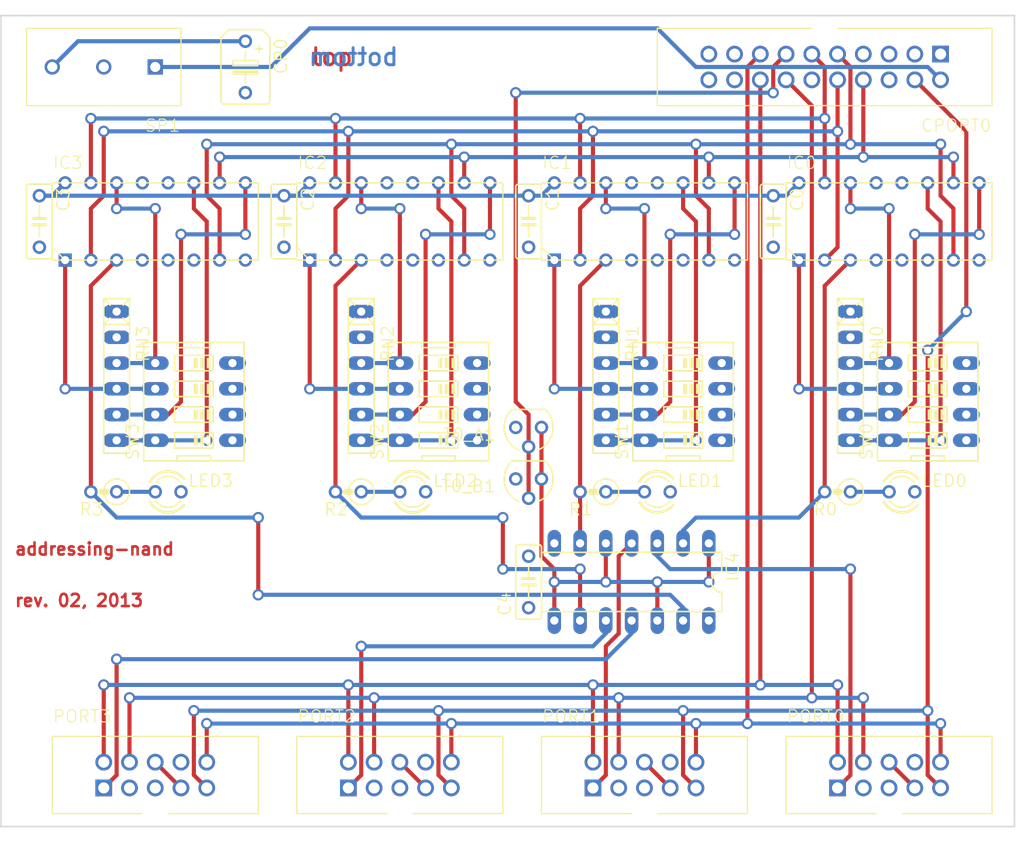
<source format=kicad_pcb>
(kicad_pcb (version 20171130) (host pcbnew 6.0.0-rc1-unknown-7a10feb~66~ubuntu14.04.1)

  (general
    (thickness 1.6)
    (drawings 9)
    (tracks 333)
    (zones 0)
    (modules 35)
    (nets 67)
  )

  (page A4)
  (layers
    (0 Top signal)
    (31 Bottom signal)
    (32 B.Adhes user)
    (33 F.Adhes user)
    (34 B.Paste user)
    (35 F.Paste user)
    (36 B.SilkS user)
    (37 F.SilkS user)
    (38 B.Mask user)
    (39 F.Mask user)
    (40 Dwgs.User user)
    (41 Cmts.User user)
    (42 Eco1.User user)
    (43 Eco2.User user)
    (44 Edge.Cuts user)
    (45 Margin user)
    (46 B.CrtYd user)
    (47 F.CrtYd user)
    (48 B.Fab user)
    (49 F.Fab user)
  )

  (setup
    (last_trace_width 0.25)
    (trace_clearance 0.2)
    (zone_clearance 0.508)
    (zone_45_only no)
    (trace_min 0.2)
    (via_size 0.8)
    (via_drill 0.4)
    (via_min_size 0.4)
    (via_min_drill 0.3)
    (uvia_size 0.3)
    (uvia_drill 0.1)
    (uvias_allowed no)
    (uvia_min_size 0.2)
    (uvia_min_drill 0.1)
    (edge_width 0.05)
    (segment_width 0.2)
    (pcb_text_width 0.3)
    (pcb_text_size 1.5 1.5)
    (mod_edge_width 0.12)
    (mod_text_size 1 1)
    (mod_text_width 0.15)
    (pad_size 1.524 1.524)
    (pad_drill 0.762)
    (pad_to_mask_clearance 0.2)
    (aux_axis_origin 0 0)
    (visible_elements FFFFFF7F)
    (pcbplotparams
      (layerselection 0x010fc_ffffffff)
      (usegerberextensions false)
      (usegerberattributes false)
      (usegerberadvancedattributes false)
      (creategerberjobfile false)
      (excludeedgelayer true)
      (linewidth 0.100000)
      (plotframeref false)
      (viasonmask false)
      (mode 1)
      (useauxorigin false)
      (hpglpennumber 1)
      (hpglpenspeed 20)
      (hpglpendiameter 15.000000)
      (psnegative false)
      (psa4output false)
      (plotreference true)
      (plotvalue true)
      (plotinvisibletext false)
      (padsonsilk false)
      (subtractmaskfromsilk false)
      (outputformat 1)
      (mirror false)
      (drillshape 1)
      (scaleselection 1)
      (outputdirectory ""))
  )

  (net 0 "")
  (net 1 GND)
  (net 2 +3V3)
  (net 3 +5V)
  (net 4 /B1.3)
  (net 5 /B1.2)
  (net 6 /B1.0)
  (net 7 /B1.1)
  (net 8 /P5)
  (net 9 /B3.2)
  (net 10 /P6)
  (net 11 /CS3)
  (net 12 /B3.1)
  (net 13 /P4)
  (net 14 /B3.0)
  (net 15 "Net-(IC3-Pad(A<B)_OUT$12)")
  (net 16 /P7)
  (net 17 /B3.3)
  (net 18 "Net-(IC3-Pad(A>B)_OUT$13)")
  (net 19 /B2.2)
  (net 20 /CS2)
  (net 21 /B2.1)
  (net 22 /B2.0)
  (net 23 "Net-(IC2-Pad(A<B)_OUT$12)")
  (net 24 /B2.3)
  (net 25 "Net-(IC2-Pad(A>B)_OUT$13)")
  (net 26 /CS1)
  (net 27 "Net-(IC1-Pad(A<B)_OUT$12)")
  (net 28 "Net-(IC1-Pad(A>B)_OUT$13)")
  (net 29 /B0.2)
  (net 30 /CS0)
  (net 31 /B0.1)
  (net 32 /B0.0)
  (net 33 "Net-(IC0-Pad(A<B)_OUT$12)")
  (net 34 /B0.3)
  (net 35 "Net-(IC0-Pad(A>B)_OUT$13)")
  (net 36 /SDIN)
  (net 37 /SCLK)
  (net 38 "Net-(CPORT0-PadP$18)")
  (net 39 "Net-(CPORT0-PadP$20)")
  (net 40 "Net-(CPORT0-PadP$19)")
  (net 41 "Net-(CPORT0-PadP$17)")
  (net 42 /SDO)
  (net 43 /CS_INV)
  (net 44 "Net-(CPORT0-PadP$7)")
  (net 45 "Net-(CPORT0-PadP$5)")
  (net 46 "Net-(CPORT0-PadP$3)")
  (net 47 /RESET_INV)
  (net 48 "Net-(CPORT0-PadP$6)")
  (net 49 "Net-(CPORT0-PadP$12)")
  (net 50 "Net-(PORT0-PadP$8)")
  (net 51 "Net-(PORT0-PadP$3)")
  (net 52 /CS0_INV)
  (net 53 "Net-(PORT1-PadP$8)")
  (net 54 "Net-(PORT1-PadP$3)")
  (net 55 /CS1_INV)
  (net 56 "Net-(PORT2-PadP$8)")
  (net 57 "Net-(PORT2-PadP$3)")
  (net 58 /CS2_INV)
  (net 59 "Net-(PORT3-PadP$8)")
  (net 60 "Net-(PORT3-PadP$3)")
  (net 61 /CS3_INV)
  (net 62 "Net-(LED1-PadA)")
  (net 63 "Net-(LED2-PadA)")
  (net 64 "Net-(LED3-PadA)")
  (net 65 "Net-(LED0-PadA)")
  (net 66 /CS)

  (net_class Default "This is the default net class."
    (clearance 0.2)
    (trace_width 0.25)
    (via_dia 0.8)
    (via_drill 0.4)
    (uvia_dia 0.3)
    (uvia_drill 0.1)
    (add_net +3V3)
    (add_net +5V)
    (add_net /B0.0)
    (add_net /B0.1)
    (add_net /B0.2)
    (add_net /B0.3)
    (add_net /B1.0)
    (add_net /B1.1)
    (add_net /B1.2)
    (add_net /B1.3)
    (add_net /B2.0)
    (add_net /B2.1)
    (add_net /B2.2)
    (add_net /B2.3)
    (add_net /B3.0)
    (add_net /B3.1)
    (add_net /B3.2)
    (add_net /B3.3)
    (add_net /CS)
    (add_net /CS0)
    (add_net /CS0_INV)
    (add_net /CS1)
    (add_net /CS1_INV)
    (add_net /CS2)
    (add_net /CS2_INV)
    (add_net /CS3)
    (add_net /CS3_INV)
    (add_net /CS_INV)
    (add_net /P4)
    (add_net /P5)
    (add_net /P6)
    (add_net /P7)
    (add_net /RESET_INV)
    (add_net /SCLK)
    (add_net /SDIN)
    (add_net /SDO)
    (add_net GND)
    (add_net "Net-(CPORT0-PadP$12)")
    (add_net "Net-(CPORT0-PadP$17)")
    (add_net "Net-(CPORT0-PadP$18)")
    (add_net "Net-(CPORT0-PadP$19)")
    (add_net "Net-(CPORT0-PadP$20)")
    (add_net "Net-(CPORT0-PadP$3)")
    (add_net "Net-(CPORT0-PadP$5)")
    (add_net "Net-(CPORT0-PadP$6)")
    (add_net "Net-(CPORT0-PadP$7)")
    (add_net "Net-(IC0-Pad(A<B)_OUT$12)")
    (add_net "Net-(IC0-Pad(A>B)_OUT$13)")
    (add_net "Net-(IC1-Pad(A<B)_OUT$12)")
    (add_net "Net-(IC1-Pad(A>B)_OUT$13)")
    (add_net "Net-(IC2-Pad(A<B)_OUT$12)")
    (add_net "Net-(IC2-Pad(A>B)_OUT$13)")
    (add_net "Net-(IC3-Pad(A<B)_OUT$12)")
    (add_net "Net-(IC3-Pad(A>B)_OUT$13)")
    (add_net "Net-(LED0-PadA)")
    (add_net "Net-(LED1-PadA)")
    (add_net "Net-(LED2-PadA)")
    (add_net "Net-(LED3-PadA)")
    (add_net "Net-(PORT0-PadP$3)")
    (add_net "Net-(PORT0-PadP$8)")
    (add_net "Net-(PORT1-PadP$3)")
    (add_net "Net-(PORT1-PadP$8)")
    (add_net "Net-(PORT2-PadP$3)")
    (add_net "Net-(PORT2-PadP$8)")
    (add_net "Net-(PORT3-PadP$3)")
    (add_net "Net-(PORT3-PadP$8)")
  )

  (module addressing-nand:EDG-04 (layer Top) (tedit 0) (tstamp 5B7C0FE1)
    (at 165.8111 103.0936 90)
    (descr "<b>DIP SWITCH</b>")
    (path /5966B0687EA1B0ED)
    (fp_text reference SW1 (at -5.842 -5.334 90) (layer F.SilkS)
      (effects (font (size 1.2065 1.2065) (thickness 0.127)) (justify left bottom))
    )
    (fp_text value 4pins (at -5.842 6.604 90) (layer F.Fab)
      (effects (font (size 1.2065 1.2065) (thickness 0.127)) (justify left bottom))
    )
    (fp_poly (pts (xy -4.318 1.651) (xy -3.302 1.651) (xy -3.302 1.27) (xy -4.318 1.27)) (layer F.SilkS) (width 0))
    (fp_poly (pts (xy -4.318 1.016) (xy -3.302 1.016) (xy -3.302 0.635) (xy -4.318 0.635)) (layer F.SilkS) (width 0))
    (fp_poly (pts (xy -4.318 0.381) (xy -3.302 0.381) (xy -3.302 0) (xy -4.318 0)) (layer F.SilkS) (width 0))
    (fp_poly (pts (xy -1.778 1.651) (xy -0.762 1.651) (xy -0.762 1.27) (xy -1.778 1.27)) (layer F.SilkS) (width 0))
    (fp_poly (pts (xy -1.778 1.016) (xy -0.762 1.016) (xy -0.762 0.635) (xy -1.778 0.635)) (layer F.SilkS) (width 0))
    (fp_poly (pts (xy -1.778 0.381) (xy -0.762 0.381) (xy -0.762 0) (xy -1.778 0)) (layer F.SilkS) (width 0))
    (fp_poly (pts (xy 0.762 1.651) (xy 1.778 1.651) (xy 1.778 1.27) (xy 0.762 1.27)) (layer F.SilkS) (width 0))
    (fp_poly (pts (xy 0.762 1.016) (xy 1.778 1.016) (xy 1.778 0.635) (xy 0.762 0.635)) (layer F.SilkS) (width 0))
    (fp_poly (pts (xy 0.762 0.381) (xy 1.778 0.381) (xy 1.778 0) (xy 0.762 0)) (layer F.SilkS) (width 0))
    (fp_poly (pts (xy 3.302 1.651) (xy 4.318 1.651) (xy 4.318 1.27) (xy 3.302 1.27)) (layer F.SilkS) (width 0))
    (fp_poly (pts (xy 3.302 1.016) (xy 4.318 1.016) (xy 4.318 0.635) (xy 3.302 0.635)) (layer F.SilkS) (width 0))
    (fp_poly (pts (xy 3.302 0.381) (xy 4.318 0.381) (xy 4.318 0) (xy 3.302 0)) (layer F.SilkS) (width 0))
    (fp_text user EDG (at 1.27 -2.54 90) (layer F.Fab)
      (effects (font (size 1.4478 1.4478) (thickness 0.1524)) (justify left bottom))
    )
    (fp_text user 4 (at 3.302 4.191 90) (layer F.Fab)
      (effects (font (size 1.4478 1.4478) (thickness 0.1524)) (justify left bottom))
    )
    (fp_text user 3 (at 0.762 4.191 90) (layer F.Fab)
      (effects (font (size 1.4478 1.4478) (thickness 0.1524)) (justify left bottom))
    )
    (fp_text user 2 (at -1.778 4.191 90) (layer F.Fab)
      (effects (font (size 1.4478 1.4478) (thickness 0.1524)) (justify left bottom))
    )
    (fp_text user ON (at -5.08 -2.54 90) (layer F.Fab)
      (effects (font (size 1.4478 1.4478) (thickness 0.1524)) (justify left bottom))
    )
    (fp_text user 1 (at -4.064 4.191 90) (layer F.Fab)
      (effects (font (size 1.4478 1.4478) (thickness 0.1524)) (justify left bottom))
    )
    (fp_line (start -3.048 1.905) (end -4.572 1.905) (layer F.SilkS) (width 0.1524))
    (fp_line (start -3.048 1.905) (end -3.048 -1.905) (layer F.SilkS) (width 0.1524))
    (fp_line (start -4.572 -1.905) (end -3.048 -1.905) (layer F.SilkS) (width 0.1524))
    (fp_line (start -4.572 -1.905) (end -4.572 1.905) (layer F.SilkS) (width 0.1524))
    (fp_line (start -0.508 1.905) (end -2.032 1.905) (layer F.SilkS) (width 0.1524))
    (fp_line (start -0.508 1.905) (end -0.508 -1.905) (layer F.SilkS) (width 0.1524))
    (fp_line (start -2.032 -1.905) (end -0.508 -1.905) (layer F.SilkS) (width 0.1524))
    (fp_line (start -2.032 -1.905) (end -2.032 1.905) (layer F.SilkS) (width 0.1524))
    (fp_line (start 2.032 1.905) (end 0.508 1.905) (layer F.SilkS) (width 0.1524))
    (fp_line (start 2.032 1.905) (end 2.032 -1.905) (layer F.SilkS) (width 0.1524))
    (fp_line (start 0.508 -1.905) (end 2.032 -1.905) (layer F.SilkS) (width 0.1524))
    (fp_line (start 0.508 -1.905) (end 0.508 1.905) (layer F.SilkS) (width 0.1524))
    (fp_line (start 4.572 1.905) (end 3.048 1.905) (layer F.SilkS) (width 0.1524))
    (fp_line (start 4.572 1.905) (end 4.572 -1.905) (layer F.SilkS) (width 0.1524))
    (fp_line (start 3.048 -1.905) (end 4.572 -1.905) (layer F.SilkS) (width 0.1524))
    (fp_line (start 3.048 -1.905) (end 3.048 1.905) (layer F.SilkS) (width 0.1524))
    (fp_line (start 5.842 1.651) (end 5.842 -1.651) (layer F.SilkS) (width 0.1524))
    (fp_line (start 5.842 -1.651) (end 5.842 -4.953) (layer F.SilkS) (width 0.1524))
    (fp_line (start 5.334 1.651) (end 5.842 1.651) (layer F.SilkS) (width 0.1524))
    (fp_line (start 5.334 -1.651) (end 5.334 1.651) (layer F.SilkS) (width 0.1524))
    (fp_line (start 5.842 -1.651) (end 5.334 -1.651) (layer F.SilkS) (width 0.1524))
    (fp_line (start 5.842 4.953) (end 5.842 1.651) (layer F.SilkS) (width 0.1524))
    (fp_line (start -5.842 -1.651) (end -5.842 1.651) (layer F.SilkS) (width 0.1524))
    (fp_line (start -5.842 1.651) (end -5.842 4.953) (layer F.SilkS) (width 0.1524))
    (fp_line (start -5.334 -1.651) (end -5.842 -1.651) (layer F.SilkS) (width 0.1524))
    (fp_line (start -5.334 1.651) (end -5.334 -1.651) (layer F.SilkS) (width 0.1524))
    (fp_line (start -5.842 1.651) (end -5.334 1.651) (layer F.SilkS) (width 0.1524))
    (fp_line (start -5.842 -4.953) (end -5.842 -1.651) (layer F.SilkS) (width 0.1524))
    (fp_line (start 5.842 -4.953) (end -5.842 -4.953) (layer F.SilkS) (width 0.1524))
    (fp_line (start -5.842 4.953) (end 5.842 4.953) (layer F.SilkS) (width 0.1524))
    (pad 5 thru_hole oval (at 3.81 -3.81 180) (size 2.6416 1.3208) (drill 0.8128) (layers *.Cu *.Mask)
      (net 4 /B1.3) (solder_mask_margin 0.1016))
    (pad 6 thru_hole oval (at 1.27 -3.81 180) (size 2.6416 1.3208) (drill 0.8128) (layers *.Cu *.Mask)
      (net 5 /B1.2) (solder_mask_margin 0.1016))
    (pad 4 thru_hole oval (at 3.81 3.81 180) (size 2.6416 1.3208) (drill 0.8128) (layers *.Cu *.Mask)
      (net 2 +3V3) (solder_mask_margin 0.1016))
    (pad 3 thru_hole oval (at 1.27 3.81 180) (size 2.6416 1.3208) (drill 0.8128) (layers *.Cu *.Mask)
      (net 2 +3V3) (solder_mask_margin 0.1016))
    (pad 8 thru_hole oval (at -3.81 -3.81 180) (size 2.6416 1.3208) (drill 0.8128) (layers *.Cu *.Mask)
      (net 6 /B1.0) (solder_mask_margin 0.1016))
    (pad 7 thru_hole oval (at -1.27 -3.81 180) (size 2.6416 1.3208) (drill 0.8128) (layers *.Cu *.Mask)
      (net 7 /B1.1) (solder_mask_margin 0.1016))
    (pad 2 thru_hole oval (at -1.27 3.81 180) (size 2.6416 1.3208) (drill 0.8128) (layers *.Cu *.Mask)
      (net 2 +3V3) (solder_mask_margin 0.1016))
    (pad 1 thru_hole oval (at -3.81 3.81 180) (size 2.6416 1.3208) (drill 0.8128) (layers *.Cu *.Mask)
      (net 2 +3V3) (solder_mask_margin 0.1016))
  )

  (module addressing-nand:PDIP-16 (layer Top) (tedit 0) (tstamp 5B7C101C)
    (at 113.7411 85.3136)
    (path /B33006915ED25CA7)
    (fp_text reference IC3 (at -10.16 -5.08) (layer F.SilkS)
      (effects (font (size 1.2065 1.2065) (thickness 0.1016)) (justify left bottom))
    )
    (fp_text value MC14585 (at -10.16 6.35) (layer F.Fab)
      (effects (font (size 1.2065 1.2065) (thickness 0.1016)) (justify left bottom))
    )
    (fp_line (start -10.16 2.54) (end -8.89 3.81) (layer F.SilkS) (width 0.127))
    (fp_line (start -10.16 2.54) (end -10.16 -3.81) (layer F.SilkS) (width 0.127))
    (fp_line (start -10.16 3.81) (end -10.16 2.54) (layer F.SilkS) (width 0.127))
    (fp_line (start -8.89 3.81) (end -10.16 3.81) (layer F.SilkS) (width 0.127))
    (fp_line (start 10.16 3.81) (end -8.89 3.81) (layer F.SilkS) (width 0.127))
    (fp_line (start 10.16 -3.81) (end 10.16 3.81) (layer F.SilkS) (width 0.127))
    (fp_line (start -10.16 -3.81) (end 10.16 -3.81) (layer F.SilkS) (width 0.127))
    (pad VSS$8 thru_hole circle (at 8.89 3.81) (size 1.308 1.308) (drill 0.8) (layers *.Cu *.Mask)
      (net 1 GND) (solder_mask_margin 0.1016))
    (pad A1$7 thru_hole circle (at 6.35 3.81) (size 1.308 1.308) (drill 0.8) (layers *.Cu *.Mask)
      (net 8 /P5) (solder_mask_margin 0.1016))
    (pad "(A=B)_IN$6" thru_hole circle (at 3.81 3.81) (size 1.308 1.308) (drill 0.8) (layers *.Cu *.Mask)
      (net 2 +3V3) (solder_mask_margin 0.1016))
    (pad "(A<B)_IN$5" thru_hole circle (at 1.27 3.81) (size 1.308 1.308) (drill 0.8) (layers *.Cu *.Mask)
      (net 1 GND) (solder_mask_margin 0.1016))
    (pad B2$1 thru_hole rect (at -8.89 3.81) (size 1.308 1.308) (drill 0.8) (layers *.Cu *.Mask)
      (net 9 /B3.2) (solder_mask_margin 0.1016))
    (pad A2$2 thru_hole circle (at -6.35 3.81) (size 1.308 1.308) (drill 0.8) (layers *.Cu *.Mask)
      (net 10 /P6) (solder_mask_margin 0.1016))
    (pad "(A=B)_OUT$3" thru_hole circle (at -3.81 3.81) (size 1.308 1.308) (drill 0.8) (layers *.Cu *.Mask)
      (net 11 /CS3) (solder_mask_margin 0.1016))
    (pad "(A>B)_IN$4" thru_hole circle (at -1.27 3.81) (size 1.308 1.308) (drill 0.8) (layers *.Cu *.Mask)
      (net 1 GND) (solder_mask_margin 0.1016))
    (pad B1$9 thru_hole circle (at 8.89 -3.81) (size 1.308 1.308) (drill 0.8) (layers *.Cu *.Mask)
      (net 12 /B3.1) (solder_mask_margin 0.1016))
    (pad A0$10 thru_hole circle (at 6.35 -3.81) (size 1.308 1.308) (drill 0.8) (layers *.Cu *.Mask)
      (net 13 /P4) (solder_mask_margin 0.1016))
    (pad B0$11 thru_hole circle (at 3.81 -3.81) (size 1.308 1.308) (drill 0.8) (layers *.Cu *.Mask)
      (net 14 /B3.0) (solder_mask_margin 0.1016))
    (pad "(A<B)_OUT$12" thru_hole circle (at 1.27 -3.81) (size 1.308 1.308) (drill 0.8) (layers *.Cu *.Mask)
      (net 15 "Net-(IC3-Pad(A<B)_OUT$12)") (solder_mask_margin 0.1016))
    (pad VDD$16 thru_hole circle (at -8.89 -3.81) (size 1.308 1.308) (drill 0.8) (layers *.Cu *.Mask)
      (net 2 +3V3) (solder_mask_margin 0.1016))
    (pad A3$15 thru_hole circle (at -6.35 -3.81) (size 1.308 1.308) (drill 0.8) (layers *.Cu *.Mask)
      (net 16 /P7) (solder_mask_margin 0.1016))
    (pad B3$14 thru_hole circle (at -3.81 -3.81) (size 1.308 1.308) (drill 0.8) (layers *.Cu *.Mask)
      (net 17 /B3.3) (solder_mask_margin 0.1016))
    (pad "(A>B)_OUT$13" thru_hole circle (at -1.27 -3.81) (size 1.308 1.308) (drill 0.8) (layers *.Cu *.Mask)
      (net 18 "Net-(IC3-Pad(A>B)_OUT$13)") (solder_mask_margin 0.1016))
  )

  (module addressing-nand:PDIP-16 (layer Top) (tedit 0) (tstamp 5B7C1036)
    (at 137.8711 85.3136)
    (path /53D52AEB541775CA)
    (fp_text reference IC2 (at -10.16 -5.08) (layer F.SilkS)
      (effects (font (size 1.2065 1.2065) (thickness 0.1016)) (justify left bottom))
    )
    (fp_text value MC14585 (at -10.16 6.35) (layer F.Fab)
      (effects (font (size 1.2065 1.2065) (thickness 0.1016)) (justify left bottom))
    )
    (fp_line (start -10.16 2.54) (end -8.89 3.81) (layer F.SilkS) (width 0.127))
    (fp_line (start -10.16 2.54) (end -10.16 -3.81) (layer F.SilkS) (width 0.127))
    (fp_line (start -10.16 3.81) (end -10.16 2.54) (layer F.SilkS) (width 0.127))
    (fp_line (start -8.89 3.81) (end -10.16 3.81) (layer F.SilkS) (width 0.127))
    (fp_line (start 10.16 3.81) (end -8.89 3.81) (layer F.SilkS) (width 0.127))
    (fp_line (start 10.16 -3.81) (end 10.16 3.81) (layer F.SilkS) (width 0.127))
    (fp_line (start -10.16 -3.81) (end 10.16 -3.81) (layer F.SilkS) (width 0.127))
    (pad VSS$8 thru_hole circle (at 8.89 3.81) (size 1.308 1.308) (drill 0.8) (layers *.Cu *.Mask)
      (net 1 GND) (solder_mask_margin 0.1016))
    (pad A1$7 thru_hole circle (at 6.35 3.81) (size 1.308 1.308) (drill 0.8) (layers *.Cu *.Mask)
      (net 8 /P5) (solder_mask_margin 0.1016))
    (pad "(A=B)_IN$6" thru_hole circle (at 3.81 3.81) (size 1.308 1.308) (drill 0.8) (layers *.Cu *.Mask)
      (net 2 +3V3) (solder_mask_margin 0.1016))
    (pad "(A<B)_IN$5" thru_hole circle (at 1.27 3.81) (size 1.308 1.308) (drill 0.8) (layers *.Cu *.Mask)
      (net 1 GND) (solder_mask_margin 0.1016))
    (pad B2$1 thru_hole rect (at -8.89 3.81) (size 1.308 1.308) (drill 0.8) (layers *.Cu *.Mask)
      (net 19 /B2.2) (solder_mask_margin 0.1016))
    (pad A2$2 thru_hole circle (at -6.35 3.81) (size 1.308 1.308) (drill 0.8) (layers *.Cu *.Mask)
      (net 10 /P6) (solder_mask_margin 0.1016))
    (pad "(A=B)_OUT$3" thru_hole circle (at -3.81 3.81) (size 1.308 1.308) (drill 0.8) (layers *.Cu *.Mask)
      (net 20 /CS2) (solder_mask_margin 0.1016))
    (pad "(A>B)_IN$4" thru_hole circle (at -1.27 3.81) (size 1.308 1.308) (drill 0.8) (layers *.Cu *.Mask)
      (net 1 GND) (solder_mask_margin 0.1016))
    (pad B1$9 thru_hole circle (at 8.89 -3.81) (size 1.308 1.308) (drill 0.8) (layers *.Cu *.Mask)
      (net 21 /B2.1) (solder_mask_margin 0.1016))
    (pad A0$10 thru_hole circle (at 6.35 -3.81) (size 1.308 1.308) (drill 0.8) (layers *.Cu *.Mask)
      (net 13 /P4) (solder_mask_margin 0.1016))
    (pad B0$11 thru_hole circle (at 3.81 -3.81) (size 1.308 1.308) (drill 0.8) (layers *.Cu *.Mask)
      (net 22 /B2.0) (solder_mask_margin 0.1016))
    (pad "(A<B)_OUT$12" thru_hole circle (at 1.27 -3.81) (size 1.308 1.308) (drill 0.8) (layers *.Cu *.Mask)
      (net 23 "Net-(IC2-Pad(A<B)_OUT$12)") (solder_mask_margin 0.1016))
    (pad VDD$16 thru_hole circle (at -8.89 -3.81) (size 1.308 1.308) (drill 0.8) (layers *.Cu *.Mask)
      (net 2 +3V3) (solder_mask_margin 0.1016))
    (pad A3$15 thru_hole circle (at -6.35 -3.81) (size 1.308 1.308) (drill 0.8) (layers *.Cu *.Mask)
      (net 16 /P7) (solder_mask_margin 0.1016))
    (pad B3$14 thru_hole circle (at -3.81 -3.81) (size 1.308 1.308) (drill 0.8) (layers *.Cu *.Mask)
      (net 24 /B2.3) (solder_mask_margin 0.1016))
    (pad "(A>B)_OUT$13" thru_hole circle (at -1.27 -3.81) (size 1.308 1.308) (drill 0.8) (layers *.Cu *.Mask)
      (net 25 "Net-(IC2-Pad(A>B)_OUT$13)") (solder_mask_margin 0.1016))
  )

  (module addressing-nand:PDIP-16 (layer Top) (tedit 0) (tstamp 5B7C1050)
    (at 162.0011 85.3136)
    (path /7C8C299E06F92037)
    (fp_text reference IC1 (at -10.16 -5.08) (layer F.SilkS)
      (effects (font (size 1.2065 1.2065) (thickness 0.1016)) (justify left bottom))
    )
    (fp_text value MC14585 (at -10.16 6.35) (layer F.Fab)
      (effects (font (size 1.2065 1.2065) (thickness 0.1016)) (justify left bottom))
    )
    (fp_line (start -10.16 2.54) (end -8.89 3.81) (layer F.SilkS) (width 0.127))
    (fp_line (start -10.16 2.54) (end -10.16 -3.81) (layer F.SilkS) (width 0.127))
    (fp_line (start -10.16 3.81) (end -10.16 2.54) (layer F.SilkS) (width 0.127))
    (fp_line (start -8.89 3.81) (end -10.16 3.81) (layer F.SilkS) (width 0.127))
    (fp_line (start 10.16 3.81) (end -8.89 3.81) (layer F.SilkS) (width 0.127))
    (fp_line (start 10.16 -3.81) (end 10.16 3.81) (layer F.SilkS) (width 0.127))
    (fp_line (start -10.16 -3.81) (end 10.16 -3.81) (layer F.SilkS) (width 0.127))
    (pad VSS$8 thru_hole circle (at 8.89 3.81) (size 1.308 1.308) (drill 0.8) (layers *.Cu *.Mask)
      (net 1 GND) (solder_mask_margin 0.1016))
    (pad A1$7 thru_hole circle (at 6.35 3.81) (size 1.308 1.308) (drill 0.8) (layers *.Cu *.Mask)
      (net 8 /P5) (solder_mask_margin 0.1016))
    (pad "(A=B)_IN$6" thru_hole circle (at 3.81 3.81) (size 1.308 1.308) (drill 0.8) (layers *.Cu *.Mask)
      (net 2 +3V3) (solder_mask_margin 0.1016))
    (pad "(A<B)_IN$5" thru_hole circle (at 1.27 3.81) (size 1.308 1.308) (drill 0.8) (layers *.Cu *.Mask)
      (net 1 GND) (solder_mask_margin 0.1016))
    (pad B2$1 thru_hole rect (at -8.89 3.81) (size 1.308 1.308) (drill 0.8) (layers *.Cu *.Mask)
      (net 5 /B1.2) (solder_mask_margin 0.1016))
    (pad A2$2 thru_hole circle (at -6.35 3.81) (size 1.308 1.308) (drill 0.8) (layers *.Cu *.Mask)
      (net 10 /P6) (solder_mask_margin 0.1016))
    (pad "(A=B)_OUT$3" thru_hole circle (at -3.81 3.81) (size 1.308 1.308) (drill 0.8) (layers *.Cu *.Mask)
      (net 26 /CS1) (solder_mask_margin 0.1016))
    (pad "(A>B)_IN$4" thru_hole circle (at -1.27 3.81) (size 1.308 1.308) (drill 0.8) (layers *.Cu *.Mask)
      (net 1 GND) (solder_mask_margin 0.1016))
    (pad B1$9 thru_hole circle (at 8.89 -3.81) (size 1.308 1.308) (drill 0.8) (layers *.Cu *.Mask)
      (net 7 /B1.1) (solder_mask_margin 0.1016))
    (pad A0$10 thru_hole circle (at 6.35 -3.81) (size 1.308 1.308) (drill 0.8) (layers *.Cu *.Mask)
      (net 13 /P4) (solder_mask_margin 0.1016))
    (pad B0$11 thru_hole circle (at 3.81 -3.81) (size 1.308 1.308) (drill 0.8) (layers *.Cu *.Mask)
      (net 6 /B1.0) (solder_mask_margin 0.1016))
    (pad "(A<B)_OUT$12" thru_hole circle (at 1.27 -3.81) (size 1.308 1.308) (drill 0.8) (layers *.Cu *.Mask)
      (net 27 "Net-(IC1-Pad(A<B)_OUT$12)") (solder_mask_margin 0.1016))
    (pad VDD$16 thru_hole circle (at -8.89 -3.81) (size 1.308 1.308) (drill 0.8) (layers *.Cu *.Mask)
      (net 2 +3V3) (solder_mask_margin 0.1016))
    (pad A3$15 thru_hole circle (at -6.35 -3.81) (size 1.308 1.308) (drill 0.8) (layers *.Cu *.Mask)
      (net 16 /P7) (solder_mask_margin 0.1016))
    (pad B3$14 thru_hole circle (at -3.81 -3.81) (size 1.308 1.308) (drill 0.8) (layers *.Cu *.Mask)
      (net 4 /B1.3) (solder_mask_margin 0.1016))
    (pad "(A>B)_OUT$13" thru_hole circle (at -1.27 -3.81) (size 1.308 1.308) (drill 0.8) (layers *.Cu *.Mask)
      (net 28 "Net-(IC1-Pad(A>B)_OUT$13)") (solder_mask_margin 0.1016))
  )

  (module addressing-nand:PDIP-16 (layer Top) (tedit 0) (tstamp 5B7C106A)
    (at 186.1311 85.3136)
    (path /82E6F4E43AA2715)
    (fp_text reference IC0 (at -10.16 -5.08) (layer F.SilkS)
      (effects (font (size 1.2065 1.2065) (thickness 0.1016)) (justify left bottom))
    )
    (fp_text value MC14585 (at -10.16 6.35) (layer F.Fab)
      (effects (font (size 1.2065 1.2065) (thickness 0.1016)) (justify left bottom))
    )
    (fp_line (start -10.16 2.54) (end -8.89 3.81) (layer F.SilkS) (width 0.127))
    (fp_line (start -10.16 2.54) (end -10.16 -3.81) (layer F.SilkS) (width 0.127))
    (fp_line (start -10.16 3.81) (end -10.16 2.54) (layer F.SilkS) (width 0.127))
    (fp_line (start -8.89 3.81) (end -10.16 3.81) (layer F.SilkS) (width 0.127))
    (fp_line (start 10.16 3.81) (end -8.89 3.81) (layer F.SilkS) (width 0.127))
    (fp_line (start 10.16 -3.81) (end 10.16 3.81) (layer F.SilkS) (width 0.127))
    (fp_line (start -10.16 -3.81) (end 10.16 -3.81) (layer F.SilkS) (width 0.127))
    (pad VSS$8 thru_hole circle (at 8.89 3.81) (size 1.308 1.308) (drill 0.8) (layers *.Cu *.Mask)
      (net 1 GND) (solder_mask_margin 0.1016))
    (pad A1$7 thru_hole circle (at 6.35 3.81) (size 1.308 1.308) (drill 0.8) (layers *.Cu *.Mask)
      (net 8 /P5) (solder_mask_margin 0.1016))
    (pad "(A=B)_IN$6" thru_hole circle (at 3.81 3.81) (size 1.308 1.308) (drill 0.8) (layers *.Cu *.Mask)
      (net 2 +3V3) (solder_mask_margin 0.1016))
    (pad "(A<B)_IN$5" thru_hole circle (at 1.27 3.81) (size 1.308 1.308) (drill 0.8) (layers *.Cu *.Mask)
      (net 1 GND) (solder_mask_margin 0.1016))
    (pad B2$1 thru_hole rect (at -8.89 3.81) (size 1.308 1.308) (drill 0.8) (layers *.Cu *.Mask)
      (net 29 /B0.2) (solder_mask_margin 0.1016))
    (pad A2$2 thru_hole circle (at -6.35 3.81) (size 1.308 1.308) (drill 0.8) (layers *.Cu *.Mask)
      (net 10 /P6) (solder_mask_margin 0.1016))
    (pad "(A=B)_OUT$3" thru_hole circle (at -3.81 3.81) (size 1.308 1.308) (drill 0.8) (layers *.Cu *.Mask)
      (net 30 /CS0) (solder_mask_margin 0.1016))
    (pad "(A>B)_IN$4" thru_hole circle (at -1.27 3.81) (size 1.308 1.308) (drill 0.8) (layers *.Cu *.Mask)
      (net 1 GND) (solder_mask_margin 0.1016))
    (pad B1$9 thru_hole circle (at 8.89 -3.81) (size 1.308 1.308) (drill 0.8) (layers *.Cu *.Mask)
      (net 31 /B0.1) (solder_mask_margin 0.1016))
    (pad A0$10 thru_hole circle (at 6.35 -3.81) (size 1.308 1.308) (drill 0.8) (layers *.Cu *.Mask)
      (net 13 /P4) (solder_mask_margin 0.1016))
    (pad B0$11 thru_hole circle (at 3.81 -3.81) (size 1.308 1.308) (drill 0.8) (layers *.Cu *.Mask)
      (net 32 /B0.0) (solder_mask_margin 0.1016))
    (pad "(A<B)_OUT$12" thru_hole circle (at 1.27 -3.81) (size 1.308 1.308) (drill 0.8) (layers *.Cu *.Mask)
      (net 33 "Net-(IC0-Pad(A<B)_OUT$12)") (solder_mask_margin 0.1016))
    (pad VDD$16 thru_hole circle (at -8.89 -3.81) (size 1.308 1.308) (drill 0.8) (layers *.Cu *.Mask)
      (net 2 +3V3) (solder_mask_margin 0.1016))
    (pad A3$15 thru_hole circle (at -6.35 -3.81) (size 1.308 1.308) (drill 0.8) (layers *.Cu *.Mask)
      (net 16 /P7) (solder_mask_margin 0.1016))
    (pad B3$14 thru_hole circle (at -3.81 -3.81) (size 1.308 1.308) (drill 0.8) (layers *.Cu *.Mask)
      (net 34 /B0.3) (solder_mask_margin 0.1016))
    (pad "(A>B)_OUT$13" thru_hole circle (at -1.27 -3.81) (size 1.308 1.308) (drill 0.8) (layers *.Cu *.Mask)
      (net 35 "Net-(IC0-Pad(A>B)_OUT$13)") (solder_mask_margin 0.1016))
  )

  (module addressing-nand:DIN-41651-20P (layer Top) (tedit 0) (tstamp 5B7C1084)
    (at 179.7811 70.0736 180)
    (path /7DA4ACD33FFC0A9B)
    (fp_text reference CPORT0 (at -16.51 -5.08 180) (layer F.SilkS)
      (effects (font (size 1.2065 1.2065) (thickness 0.1016)) (justify right top))
    )
    (fp_text value DIN-41651-20P (at -16.51 6.35 180) (layer F.Fab)
      (effects (font (size 1.2065 1.2065) (thickness 0.1016)) (justify right top))
    )
    (fp_line (start 1.27 3.81) (end 16.51 3.81) (layer F.SilkS) (width 0.127))
    (fp_line (start -16.51 3.81) (end -1.27 3.81) (layer F.SilkS) (width 0.127))
    (fp_line (start 16.51 -3.81) (end 16.51 3.81) (layer F.SilkS) (width 0.127))
    (fp_line (start -16.51 -3.81) (end 16.51 -3.81) (layer F.SilkS) (width 0.127))
    (fp_line (start -16.51 -3.81) (end -16.51 3.81) (layer F.SilkS) (width 0.127))
    (pad P$1 thru_hole rect (at -11.43 1.27 180) (size 1.65 1.65) (drill 1.1) (layers *.Cu *.Mask)
      (net 1 GND) (solder_mask_margin 0.1016))
    (pad P$14 thru_hole circle (at 3.81 -1.27 180) (size 1.65 1.65) (drill 1.1) (layers *.Cu *.Mask)
      (net 36 /SDIN) (solder_mask_margin 0.1016))
    (pad P$16 thru_hole circle (at 6.35 -1.27 180) (size 1.65 1.65) (drill 1.1) (layers *.Cu *.Mask)
      (net 37 /SCLK) (solder_mask_margin 0.1016))
    (pad P$18 thru_hole circle (at 8.89 -1.27 180) (size 1.65 1.65) (drill 1.1) (layers *.Cu *.Mask)
      (net 38 "Net-(CPORT0-PadP$18)") (solder_mask_margin 0.1016))
    (pad P$20 thru_hole circle (at 11.43 -1.27 180) (size 1.65 1.65) (drill 1.1) (layers *.Cu *.Mask)
      (net 39 "Net-(CPORT0-PadP$20)") (solder_mask_margin 0.1016))
    (pad P$19 thru_hole circle (at 11.43 1.27 180) (size 1.65 1.65) (drill 1.1) (layers *.Cu *.Mask)
      (net 40 "Net-(CPORT0-PadP$19)") (solder_mask_margin 0.1016))
    (pad P$17 thru_hole circle (at 8.89 1.27 180) (size 1.65 1.65) (drill 1.1) (layers *.Cu *.Mask)
      (net 41 "Net-(CPORT0-PadP$17)") (solder_mask_margin 0.1016))
    (pad P$15 thru_hole circle (at 6.35 1.27 180) (size 1.65 1.65) (drill 1.1) (layers *.Cu *.Mask)
      (net 42 /SDO) (solder_mask_margin 0.1016))
    (pad P$13 thru_hole circle (at 3.81 1.27 180) (size 1.65 1.65) (drill 1.1) (layers *.Cu *.Mask)
      (net 43 /CS_INV) (solder_mask_margin 0.1016))
    (pad P$11 thru_hole circle (at 1.27 1.27 180) (size 1.65 1.65) (drill 1.1) (layers *.Cu *.Mask)
      (net 16 /P7) (solder_mask_margin 0.1016))
    (pad P$7 thru_hole circle (at -3.81 1.27 180) (size 1.65 1.65) (drill 1.1) (layers *.Cu *.Mask)
      (net 44 "Net-(CPORT0-PadP$7)") (solder_mask_margin 0.1016))
    (pad P$5 thru_hole circle (at -6.35 1.27 180) (size 1.65 1.65) (drill 1.1) (layers *.Cu *.Mask)
      (net 45 "Net-(CPORT0-PadP$5)") (solder_mask_margin 0.1016))
    (pad P$3 thru_hole circle (at -8.89 1.27 180) (size 1.65 1.65) (drill 1.1) (layers *.Cu *.Mask)
      (net 46 "Net-(CPORT0-PadP$3)") (solder_mask_margin 0.1016))
    (pad P$2 thru_hole circle (at -11.43 -1.27 180) (size 1.65 1.65) (drill 1.1) (layers *.Cu *.Mask)
      (net 3 +5V) (solder_mask_margin 0.1016))
    (pad P$4 thru_hole circle (at -8.89 -1.27 180) (size 1.65 1.65) (drill 1.1) (layers *.Cu *.Mask)
      (net 47 /RESET_INV) (solder_mask_margin 0.1016))
    (pad P$6 thru_hole circle (at -6.35 -1.27 180) (size 1.65 1.65) (drill 1.1) (layers *.Cu *.Mask)
      (net 48 "Net-(CPORT0-PadP$6)") (solder_mask_margin 0.1016))
    (pad P$8 thru_hole circle (at -3.81 -1.27 180) (size 1.65 1.65) (drill 1.1) (layers *.Cu *.Mask)
      (net 13 /P4) (solder_mask_margin 0.1016))
    (pad P$9 thru_hole circle (at -1.27 1.27 180) (size 1.65 1.65) (drill 1.1) (layers *.Cu *.Mask)
      (net 8 /P5) (solder_mask_margin 0.1016))
    (pad P$12 thru_hole circle (at 1.27 -1.27 180) (size 1.65 1.65) (drill 1.1) (layers *.Cu *.Mask)
      (net 49 "Net-(CPORT0-PadP$12)") (solder_mask_margin 0.1016))
    (pad P$10 thru_hole circle (at -1.27 -1.27 180) (size 1.65 1.65) (drill 1.1) (layers *.Cu *.Mask)
      (net 10 /P6) (solder_mask_margin 0.1016))
  )

  (module addressing-nand:DIN-41651-10P (layer Top) (tedit 0) (tstamp 5B7C10A0)
    (at 186.1311 139.9236)
    (path /782D5C6EEF11654D)
    (fp_text reference PORT0 (at -10.16 -5.08) (layer F.SilkS)
      (effects (font (size 1.2065 1.2065) (thickness 0.1016)) (justify left bottom))
    )
    (fp_text value DIN-41651-10P (at -10.16 6.35) (layer F.Fab)
      (effects (font (size 1.2065 1.2065) (thickness 0.1016)) (justify left bottom))
    )
    (fp_line (start 10.16 -3.81) (end -10.16 -3.81) (layer F.SilkS) (width 0.127))
    (fp_line (start 10.16 3.81) (end 10.16 -3.81) (layer F.SilkS) (width 0.127))
    (fp_line (start 1.27 3.81) (end 10.16 3.81) (layer F.SilkS) (width 0.127))
    (fp_line (start -10.16 3.81) (end -1.27 3.81) (layer F.SilkS) (width 0.127))
    (fp_line (start -10.16 -3.81) (end -10.16 3.81) (layer F.SilkS) (width 0.127))
    (pad P$10 thru_hole circle (at 5.08 -1.27) (size 1.65 1.65) (drill 1.1) (layers *.Cu *.Mask)
      (net 42 /SDO) (solder_mask_margin 0.1016))
    (pad P$9 thru_hole circle (at 5.08 1.27) (size 1.65 1.65) (drill 1.1) (layers *.Cu *.Mask)
      (net 47 /RESET_INV) (solder_mask_margin 0.1016))
    (pad P$8 thru_hole circle (at 2.54 -1.27) (size 1.65 1.65) (drill 1.1) (layers *.Cu *.Mask)
      (net 50 "Net-(PORT0-PadP$8)") (solder_mask_margin 0.1016))
    (pad P$7 thru_hole circle (at 2.54 1.27) (size 1.65 1.65) (drill 1.1) (layers *.Cu *.Mask)
      (net 2 +3V3) (solder_mask_margin 0.1016))
    (pad P$6 thru_hole circle (at 0 -1.27) (size 1.65 1.65) (drill 1.1) (layers *.Cu *.Mask)
      (net 2 +3V3) (solder_mask_margin 0.1016))
    (pad P$5 thru_hole circle (at 0 1.27) (size 1.65 1.65) (drill 1.1) (layers *.Cu *.Mask)
      (net 1 GND) (solder_mask_margin 0.1016))
    (pad P$4 thru_hole circle (at -2.54 -1.27) (size 1.65 1.65) (drill 1.1) (layers *.Cu *.Mask)
      (net 36 /SDIN) (solder_mask_margin 0.1016))
    (pad P$3 thru_hole circle (at -2.54 1.27) (size 1.65 1.65) (drill 1.1) (layers *.Cu *.Mask)
      (net 51 "Net-(PORT0-PadP$3)") (solder_mask_margin 0.1016))
    (pad P$2 thru_hole circle (at -5.08 -1.27) (size 1.65 1.65) (drill 1.1) (layers *.Cu *.Mask)
      (net 37 /SCLK) (solder_mask_margin 0.1016))
    (pad P$1 thru_hole rect (at -5.08 1.27) (size 1.65 1.65) (drill 1.1) (layers *.Cu *.Mask)
      (net 52 /CS0_INV) (solder_mask_margin 0.1016))
  )

  (module addressing-nand:DIN-41651-10P (layer Top) (tedit 0) (tstamp 5B7C10B2)
    (at 162.0011 139.9236)
    (path /E1CA354018224F2D)
    (fp_text reference PORT1 (at -10.16 -5.08) (layer F.SilkS)
      (effects (font (size 1.2065 1.2065) (thickness 0.1016)) (justify left bottom))
    )
    (fp_text value DIN-41651-10P (at -10.16 6.35) (layer F.Fab)
      (effects (font (size 1.2065 1.2065) (thickness 0.1016)) (justify left bottom))
    )
    (fp_line (start 10.16 -3.81) (end -10.16 -3.81) (layer F.SilkS) (width 0.127))
    (fp_line (start 10.16 3.81) (end 10.16 -3.81) (layer F.SilkS) (width 0.127))
    (fp_line (start 1.27 3.81) (end 10.16 3.81) (layer F.SilkS) (width 0.127))
    (fp_line (start -10.16 3.81) (end -1.27 3.81) (layer F.SilkS) (width 0.127))
    (fp_line (start -10.16 -3.81) (end -10.16 3.81) (layer F.SilkS) (width 0.127))
    (pad P$10 thru_hole circle (at 5.08 -1.27) (size 1.65 1.65) (drill 1.1) (layers *.Cu *.Mask)
      (net 42 /SDO) (solder_mask_margin 0.1016))
    (pad P$9 thru_hole circle (at 5.08 1.27) (size 1.65 1.65) (drill 1.1) (layers *.Cu *.Mask)
      (net 47 /RESET_INV) (solder_mask_margin 0.1016))
    (pad P$8 thru_hole circle (at 2.54 -1.27) (size 1.65 1.65) (drill 1.1) (layers *.Cu *.Mask)
      (net 53 "Net-(PORT1-PadP$8)") (solder_mask_margin 0.1016))
    (pad P$7 thru_hole circle (at 2.54 1.27) (size 1.65 1.65) (drill 1.1) (layers *.Cu *.Mask)
      (net 2 +3V3) (solder_mask_margin 0.1016))
    (pad P$6 thru_hole circle (at 0 -1.27) (size 1.65 1.65) (drill 1.1) (layers *.Cu *.Mask)
      (net 2 +3V3) (solder_mask_margin 0.1016))
    (pad P$5 thru_hole circle (at 0 1.27) (size 1.65 1.65) (drill 1.1) (layers *.Cu *.Mask)
      (net 1 GND) (solder_mask_margin 0.1016))
    (pad P$4 thru_hole circle (at -2.54 -1.27) (size 1.65 1.65) (drill 1.1) (layers *.Cu *.Mask)
      (net 36 /SDIN) (solder_mask_margin 0.1016))
    (pad P$3 thru_hole circle (at -2.54 1.27) (size 1.65 1.65) (drill 1.1) (layers *.Cu *.Mask)
      (net 54 "Net-(PORT1-PadP$3)") (solder_mask_margin 0.1016))
    (pad P$2 thru_hole circle (at -5.08 -1.27) (size 1.65 1.65) (drill 1.1) (layers *.Cu *.Mask)
      (net 37 /SCLK) (solder_mask_margin 0.1016))
    (pad P$1 thru_hole rect (at -5.08 1.27) (size 1.65 1.65) (drill 1.1) (layers *.Cu *.Mask)
      (net 55 /CS1_INV) (solder_mask_margin 0.1016))
  )

  (module addressing-nand:DIN-41651-10P (layer Top) (tedit 0) (tstamp 5B7C10C4)
    (at 137.8711 139.9236)
    (path /C38EF66B382CA099)
    (fp_text reference PORT2 (at -10.16 -5.08) (layer F.SilkS)
      (effects (font (size 1.2065 1.2065) (thickness 0.1016)) (justify left bottom))
    )
    (fp_text value DIN-41651-10P (at -10.16 6.35) (layer F.Fab)
      (effects (font (size 1.2065 1.2065) (thickness 0.1016)) (justify left bottom))
    )
    (fp_line (start 10.16 -3.81) (end -10.16 -3.81) (layer F.SilkS) (width 0.127))
    (fp_line (start 10.16 3.81) (end 10.16 -3.81) (layer F.SilkS) (width 0.127))
    (fp_line (start 1.27 3.81) (end 10.16 3.81) (layer F.SilkS) (width 0.127))
    (fp_line (start -10.16 3.81) (end -1.27 3.81) (layer F.SilkS) (width 0.127))
    (fp_line (start -10.16 -3.81) (end -10.16 3.81) (layer F.SilkS) (width 0.127))
    (pad P$10 thru_hole circle (at 5.08 -1.27) (size 1.65 1.65) (drill 1.1) (layers *.Cu *.Mask)
      (net 42 /SDO) (solder_mask_margin 0.1016))
    (pad P$9 thru_hole circle (at 5.08 1.27) (size 1.65 1.65) (drill 1.1) (layers *.Cu *.Mask)
      (net 47 /RESET_INV) (solder_mask_margin 0.1016))
    (pad P$8 thru_hole circle (at 2.54 -1.27) (size 1.65 1.65) (drill 1.1) (layers *.Cu *.Mask)
      (net 56 "Net-(PORT2-PadP$8)") (solder_mask_margin 0.1016))
    (pad P$7 thru_hole circle (at 2.54 1.27) (size 1.65 1.65) (drill 1.1) (layers *.Cu *.Mask)
      (net 2 +3V3) (solder_mask_margin 0.1016))
    (pad P$6 thru_hole circle (at 0 -1.27) (size 1.65 1.65) (drill 1.1) (layers *.Cu *.Mask)
      (net 2 +3V3) (solder_mask_margin 0.1016))
    (pad P$5 thru_hole circle (at 0 1.27) (size 1.65 1.65) (drill 1.1) (layers *.Cu *.Mask)
      (net 1 GND) (solder_mask_margin 0.1016))
    (pad P$4 thru_hole circle (at -2.54 -1.27) (size 1.65 1.65) (drill 1.1) (layers *.Cu *.Mask)
      (net 36 /SDIN) (solder_mask_margin 0.1016))
    (pad P$3 thru_hole circle (at -2.54 1.27) (size 1.65 1.65) (drill 1.1) (layers *.Cu *.Mask)
      (net 57 "Net-(PORT2-PadP$3)") (solder_mask_margin 0.1016))
    (pad P$2 thru_hole circle (at -5.08 -1.27) (size 1.65 1.65) (drill 1.1) (layers *.Cu *.Mask)
      (net 37 /SCLK) (solder_mask_margin 0.1016))
    (pad P$1 thru_hole rect (at -5.08 1.27) (size 1.65 1.65) (drill 1.1) (layers *.Cu *.Mask)
      (net 58 /CS2_INV) (solder_mask_margin 0.1016))
  )

  (module addressing-nand:DIN-41651-10P (layer Top) (tedit 0) (tstamp 5B7C10D6)
    (at 113.7411 139.9236)
    (path /DE7FE6B892AE2CB7)
    (fp_text reference PORT3 (at -10.16 -5.08) (layer F.SilkS)
      (effects (font (size 1.2065 1.2065) (thickness 0.1016)) (justify left bottom))
    )
    (fp_text value DIN-41651-10P (at -10.16 6.35) (layer F.Fab)
      (effects (font (size 1.2065 1.2065) (thickness 0.1016)) (justify left bottom))
    )
    (fp_line (start 10.16 -3.81) (end -10.16 -3.81) (layer F.SilkS) (width 0.127))
    (fp_line (start 10.16 3.81) (end 10.16 -3.81) (layer F.SilkS) (width 0.127))
    (fp_line (start 1.27 3.81) (end 10.16 3.81) (layer F.SilkS) (width 0.127))
    (fp_line (start -10.16 3.81) (end -1.27 3.81) (layer F.SilkS) (width 0.127))
    (fp_line (start -10.16 -3.81) (end -10.16 3.81) (layer F.SilkS) (width 0.127))
    (pad P$10 thru_hole circle (at 5.08 -1.27) (size 1.65 1.65) (drill 1.1) (layers *.Cu *.Mask)
      (net 42 /SDO) (solder_mask_margin 0.1016))
    (pad P$9 thru_hole circle (at 5.08 1.27) (size 1.65 1.65) (drill 1.1) (layers *.Cu *.Mask)
      (net 47 /RESET_INV) (solder_mask_margin 0.1016))
    (pad P$8 thru_hole circle (at 2.54 -1.27) (size 1.65 1.65) (drill 1.1) (layers *.Cu *.Mask)
      (net 59 "Net-(PORT3-PadP$8)") (solder_mask_margin 0.1016))
    (pad P$7 thru_hole circle (at 2.54 1.27) (size 1.65 1.65) (drill 1.1) (layers *.Cu *.Mask)
      (net 2 +3V3) (solder_mask_margin 0.1016))
    (pad P$6 thru_hole circle (at 0 -1.27) (size 1.65 1.65) (drill 1.1) (layers *.Cu *.Mask)
      (net 2 +3V3) (solder_mask_margin 0.1016))
    (pad P$5 thru_hole circle (at 0 1.27) (size 1.65 1.65) (drill 1.1) (layers *.Cu *.Mask)
      (net 1 GND) (solder_mask_margin 0.1016))
    (pad P$4 thru_hole circle (at -2.54 -1.27) (size 1.65 1.65) (drill 1.1) (layers *.Cu *.Mask)
      (net 36 /SDIN) (solder_mask_margin 0.1016))
    (pad P$3 thru_hole circle (at -2.54 1.27) (size 1.65 1.65) (drill 1.1) (layers *.Cu *.Mask)
      (net 60 "Net-(PORT3-PadP$3)") (solder_mask_margin 0.1016))
    (pad P$2 thru_hole circle (at -5.08 -1.27) (size 1.65 1.65) (drill 1.1) (layers *.Cu *.Mask)
      (net 37 /SCLK) (solder_mask_margin 0.1016))
    (pad P$1 thru_hole rect (at -5.08 1.27) (size 1.65 1.65) (drill 1.1) (layers *.Cu *.Mask)
      (net 61 /CS3_INV) (solder_mask_margin 0.1016))
  )

  (module addressing-nand:EDG-04 (layer Top) (tedit 0) (tstamp 5B7C10E8)
    (at 189.9411 103.0936 90)
    (descr "<b>DIP SWITCH</b>")
    (path /8FD6E68FBF1B128A)
    (fp_text reference SW0 (at -5.842 -5.334 90) (layer F.SilkS)
      (effects (font (size 1.2065 1.2065) (thickness 0.127)) (justify left bottom))
    )
    (fp_text value 4pins (at -5.842 6.604 90) (layer F.Fab)
      (effects (font (size 1.2065 1.2065) (thickness 0.127)) (justify left bottom))
    )
    (fp_poly (pts (xy -4.318 1.651) (xy -3.302 1.651) (xy -3.302 1.27) (xy -4.318 1.27)) (layer F.SilkS) (width 0))
    (fp_poly (pts (xy -4.318 1.016) (xy -3.302 1.016) (xy -3.302 0.635) (xy -4.318 0.635)) (layer F.SilkS) (width 0))
    (fp_poly (pts (xy -4.318 0.381) (xy -3.302 0.381) (xy -3.302 0) (xy -4.318 0)) (layer F.SilkS) (width 0))
    (fp_poly (pts (xy -1.778 1.651) (xy -0.762 1.651) (xy -0.762 1.27) (xy -1.778 1.27)) (layer F.SilkS) (width 0))
    (fp_poly (pts (xy -1.778 1.016) (xy -0.762 1.016) (xy -0.762 0.635) (xy -1.778 0.635)) (layer F.SilkS) (width 0))
    (fp_poly (pts (xy -1.778 0.381) (xy -0.762 0.381) (xy -0.762 0) (xy -1.778 0)) (layer F.SilkS) (width 0))
    (fp_poly (pts (xy 0.762 1.651) (xy 1.778 1.651) (xy 1.778 1.27) (xy 0.762 1.27)) (layer F.SilkS) (width 0))
    (fp_poly (pts (xy 0.762 1.016) (xy 1.778 1.016) (xy 1.778 0.635) (xy 0.762 0.635)) (layer F.SilkS) (width 0))
    (fp_poly (pts (xy 0.762 0.381) (xy 1.778 0.381) (xy 1.778 0) (xy 0.762 0)) (layer F.SilkS) (width 0))
    (fp_poly (pts (xy 3.302 1.651) (xy 4.318 1.651) (xy 4.318 1.27) (xy 3.302 1.27)) (layer F.SilkS) (width 0))
    (fp_poly (pts (xy 3.302 1.016) (xy 4.318 1.016) (xy 4.318 0.635) (xy 3.302 0.635)) (layer F.SilkS) (width 0))
    (fp_poly (pts (xy 3.302 0.381) (xy 4.318 0.381) (xy 4.318 0) (xy 3.302 0)) (layer F.SilkS) (width 0))
    (fp_text user EDG (at 1.27 -2.54 90) (layer F.Fab)
      (effects (font (size 1.4478 1.4478) (thickness 0.1524)) (justify left bottom))
    )
    (fp_text user 4 (at 3.302 4.191 90) (layer F.Fab)
      (effects (font (size 1.4478 1.4478) (thickness 0.1524)) (justify left bottom))
    )
    (fp_text user 3 (at 0.762 4.191 90) (layer F.Fab)
      (effects (font (size 1.4478 1.4478) (thickness 0.1524)) (justify left bottom))
    )
    (fp_text user 2 (at -1.778 4.191 90) (layer F.Fab)
      (effects (font (size 1.4478 1.4478) (thickness 0.1524)) (justify left bottom))
    )
    (fp_text user ON (at -5.08 -2.54 90) (layer F.Fab)
      (effects (font (size 1.4478 1.4478) (thickness 0.1524)) (justify left bottom))
    )
    (fp_text user 1 (at -4.064 4.191 90) (layer F.Fab)
      (effects (font (size 1.4478 1.4478) (thickness 0.1524)) (justify left bottom))
    )
    (fp_line (start -3.048 1.905) (end -4.572 1.905) (layer F.SilkS) (width 0.1524))
    (fp_line (start -3.048 1.905) (end -3.048 -1.905) (layer F.SilkS) (width 0.1524))
    (fp_line (start -4.572 -1.905) (end -3.048 -1.905) (layer F.SilkS) (width 0.1524))
    (fp_line (start -4.572 -1.905) (end -4.572 1.905) (layer F.SilkS) (width 0.1524))
    (fp_line (start -0.508 1.905) (end -2.032 1.905) (layer F.SilkS) (width 0.1524))
    (fp_line (start -0.508 1.905) (end -0.508 -1.905) (layer F.SilkS) (width 0.1524))
    (fp_line (start -2.032 -1.905) (end -0.508 -1.905) (layer F.SilkS) (width 0.1524))
    (fp_line (start -2.032 -1.905) (end -2.032 1.905) (layer F.SilkS) (width 0.1524))
    (fp_line (start 2.032 1.905) (end 0.508 1.905) (layer F.SilkS) (width 0.1524))
    (fp_line (start 2.032 1.905) (end 2.032 -1.905) (layer F.SilkS) (width 0.1524))
    (fp_line (start 0.508 -1.905) (end 2.032 -1.905) (layer F.SilkS) (width 0.1524))
    (fp_line (start 0.508 -1.905) (end 0.508 1.905) (layer F.SilkS) (width 0.1524))
    (fp_line (start 4.572 1.905) (end 3.048 1.905) (layer F.SilkS) (width 0.1524))
    (fp_line (start 4.572 1.905) (end 4.572 -1.905) (layer F.SilkS) (width 0.1524))
    (fp_line (start 3.048 -1.905) (end 4.572 -1.905) (layer F.SilkS) (width 0.1524))
    (fp_line (start 3.048 -1.905) (end 3.048 1.905) (layer F.SilkS) (width 0.1524))
    (fp_line (start 5.842 1.651) (end 5.842 -1.651) (layer F.SilkS) (width 0.1524))
    (fp_line (start 5.842 -1.651) (end 5.842 -4.953) (layer F.SilkS) (width 0.1524))
    (fp_line (start 5.334 1.651) (end 5.842 1.651) (layer F.SilkS) (width 0.1524))
    (fp_line (start 5.334 -1.651) (end 5.334 1.651) (layer F.SilkS) (width 0.1524))
    (fp_line (start 5.842 -1.651) (end 5.334 -1.651) (layer F.SilkS) (width 0.1524))
    (fp_line (start 5.842 4.953) (end 5.842 1.651) (layer F.SilkS) (width 0.1524))
    (fp_line (start -5.842 -1.651) (end -5.842 1.651) (layer F.SilkS) (width 0.1524))
    (fp_line (start -5.842 1.651) (end -5.842 4.953) (layer F.SilkS) (width 0.1524))
    (fp_line (start -5.334 -1.651) (end -5.842 -1.651) (layer F.SilkS) (width 0.1524))
    (fp_line (start -5.334 1.651) (end -5.334 -1.651) (layer F.SilkS) (width 0.1524))
    (fp_line (start -5.842 1.651) (end -5.334 1.651) (layer F.SilkS) (width 0.1524))
    (fp_line (start -5.842 -4.953) (end -5.842 -1.651) (layer F.SilkS) (width 0.1524))
    (fp_line (start 5.842 -4.953) (end -5.842 -4.953) (layer F.SilkS) (width 0.1524))
    (fp_line (start -5.842 4.953) (end 5.842 4.953) (layer F.SilkS) (width 0.1524))
    (pad 5 thru_hole oval (at 3.81 -3.81 180) (size 2.6416 1.3208) (drill 0.8128) (layers *.Cu *.Mask)
      (net 34 /B0.3) (solder_mask_margin 0.1016))
    (pad 6 thru_hole oval (at 1.27 -3.81 180) (size 2.6416 1.3208) (drill 0.8128) (layers *.Cu *.Mask)
      (net 29 /B0.2) (solder_mask_margin 0.1016))
    (pad 4 thru_hole oval (at 3.81 3.81 180) (size 2.6416 1.3208) (drill 0.8128) (layers *.Cu *.Mask)
      (net 2 +3V3) (solder_mask_margin 0.1016))
    (pad 3 thru_hole oval (at 1.27 3.81 180) (size 2.6416 1.3208) (drill 0.8128) (layers *.Cu *.Mask)
      (net 2 +3V3) (solder_mask_margin 0.1016))
    (pad 8 thru_hole oval (at -3.81 -3.81 180) (size 2.6416 1.3208) (drill 0.8128) (layers *.Cu *.Mask)
      (net 32 /B0.0) (solder_mask_margin 0.1016))
    (pad 7 thru_hole oval (at -1.27 -3.81 180) (size 2.6416 1.3208) (drill 0.8128) (layers *.Cu *.Mask)
      (net 31 /B0.1) (solder_mask_margin 0.1016))
    (pad 2 thru_hole oval (at -1.27 3.81 180) (size 2.6416 1.3208) (drill 0.8128) (layers *.Cu *.Mask)
      (net 2 +3V3) (solder_mask_margin 0.1016))
    (pad 1 thru_hole oval (at -3.81 3.81 180) (size 2.6416 1.3208) (drill 0.8128) (layers *.Cu *.Mask)
      (net 2 +3V3) (solder_mask_margin 0.1016))
  )

  (module addressing-nand:EDG-04 (layer Top) (tedit 0) (tstamp 5B7C1123)
    (at 141.6811 103.0936 90)
    (descr "<b>DIP SWITCH</b>")
    (path /4426638CDED138F3)
    (fp_text reference SW2 (at -5.842 -5.334 90) (layer F.SilkS)
      (effects (font (size 1.2065 1.2065) (thickness 0.127)) (justify left bottom))
    )
    (fp_text value 4pins (at -5.842 6.604 90) (layer F.Fab)
      (effects (font (size 1.2065 1.2065) (thickness 0.127)) (justify left bottom))
    )
    (fp_poly (pts (xy -4.318 1.651) (xy -3.302 1.651) (xy -3.302 1.27) (xy -4.318 1.27)) (layer F.SilkS) (width 0))
    (fp_poly (pts (xy -4.318 1.016) (xy -3.302 1.016) (xy -3.302 0.635) (xy -4.318 0.635)) (layer F.SilkS) (width 0))
    (fp_poly (pts (xy -4.318 0.381) (xy -3.302 0.381) (xy -3.302 0) (xy -4.318 0)) (layer F.SilkS) (width 0))
    (fp_poly (pts (xy -1.778 1.651) (xy -0.762 1.651) (xy -0.762 1.27) (xy -1.778 1.27)) (layer F.SilkS) (width 0))
    (fp_poly (pts (xy -1.778 1.016) (xy -0.762 1.016) (xy -0.762 0.635) (xy -1.778 0.635)) (layer F.SilkS) (width 0))
    (fp_poly (pts (xy -1.778 0.381) (xy -0.762 0.381) (xy -0.762 0) (xy -1.778 0)) (layer F.SilkS) (width 0))
    (fp_poly (pts (xy 0.762 1.651) (xy 1.778 1.651) (xy 1.778 1.27) (xy 0.762 1.27)) (layer F.SilkS) (width 0))
    (fp_poly (pts (xy 0.762 1.016) (xy 1.778 1.016) (xy 1.778 0.635) (xy 0.762 0.635)) (layer F.SilkS) (width 0))
    (fp_poly (pts (xy 0.762 0.381) (xy 1.778 0.381) (xy 1.778 0) (xy 0.762 0)) (layer F.SilkS) (width 0))
    (fp_poly (pts (xy 3.302 1.651) (xy 4.318 1.651) (xy 4.318 1.27) (xy 3.302 1.27)) (layer F.SilkS) (width 0))
    (fp_poly (pts (xy 3.302 1.016) (xy 4.318 1.016) (xy 4.318 0.635) (xy 3.302 0.635)) (layer F.SilkS) (width 0))
    (fp_poly (pts (xy 3.302 0.381) (xy 4.318 0.381) (xy 4.318 0) (xy 3.302 0)) (layer F.SilkS) (width 0))
    (fp_text user EDG (at 1.27 -2.54 90) (layer F.Fab)
      (effects (font (size 1.4478 1.4478) (thickness 0.1524)) (justify left bottom))
    )
    (fp_text user 4 (at 3.302 4.191 90) (layer F.Fab)
      (effects (font (size 1.4478 1.4478) (thickness 0.1524)) (justify left bottom))
    )
    (fp_text user 3 (at 0.762 4.191 90) (layer F.Fab)
      (effects (font (size 1.4478 1.4478) (thickness 0.1524)) (justify left bottom))
    )
    (fp_text user 2 (at -1.778 4.191 90) (layer F.Fab)
      (effects (font (size 1.4478 1.4478) (thickness 0.1524)) (justify left bottom))
    )
    (fp_text user ON (at -5.08 -2.54 90) (layer F.Fab)
      (effects (font (size 1.4478 1.4478) (thickness 0.1524)) (justify left bottom))
    )
    (fp_text user 1 (at -4.064 4.191 90) (layer F.Fab)
      (effects (font (size 1.4478 1.4478) (thickness 0.1524)) (justify left bottom))
    )
    (fp_line (start -3.048 1.905) (end -4.572 1.905) (layer F.SilkS) (width 0.1524))
    (fp_line (start -3.048 1.905) (end -3.048 -1.905) (layer F.SilkS) (width 0.1524))
    (fp_line (start -4.572 -1.905) (end -3.048 -1.905) (layer F.SilkS) (width 0.1524))
    (fp_line (start -4.572 -1.905) (end -4.572 1.905) (layer F.SilkS) (width 0.1524))
    (fp_line (start -0.508 1.905) (end -2.032 1.905) (layer F.SilkS) (width 0.1524))
    (fp_line (start -0.508 1.905) (end -0.508 -1.905) (layer F.SilkS) (width 0.1524))
    (fp_line (start -2.032 -1.905) (end -0.508 -1.905) (layer F.SilkS) (width 0.1524))
    (fp_line (start -2.032 -1.905) (end -2.032 1.905) (layer F.SilkS) (width 0.1524))
    (fp_line (start 2.032 1.905) (end 0.508 1.905) (layer F.SilkS) (width 0.1524))
    (fp_line (start 2.032 1.905) (end 2.032 -1.905) (layer F.SilkS) (width 0.1524))
    (fp_line (start 0.508 -1.905) (end 2.032 -1.905) (layer F.SilkS) (width 0.1524))
    (fp_line (start 0.508 -1.905) (end 0.508 1.905) (layer F.SilkS) (width 0.1524))
    (fp_line (start 4.572 1.905) (end 3.048 1.905) (layer F.SilkS) (width 0.1524))
    (fp_line (start 4.572 1.905) (end 4.572 -1.905) (layer F.SilkS) (width 0.1524))
    (fp_line (start 3.048 -1.905) (end 4.572 -1.905) (layer F.SilkS) (width 0.1524))
    (fp_line (start 3.048 -1.905) (end 3.048 1.905) (layer F.SilkS) (width 0.1524))
    (fp_line (start 5.842 1.651) (end 5.842 -1.651) (layer F.SilkS) (width 0.1524))
    (fp_line (start 5.842 -1.651) (end 5.842 -4.953) (layer F.SilkS) (width 0.1524))
    (fp_line (start 5.334 1.651) (end 5.842 1.651) (layer F.SilkS) (width 0.1524))
    (fp_line (start 5.334 -1.651) (end 5.334 1.651) (layer F.SilkS) (width 0.1524))
    (fp_line (start 5.842 -1.651) (end 5.334 -1.651) (layer F.SilkS) (width 0.1524))
    (fp_line (start 5.842 4.953) (end 5.842 1.651) (layer F.SilkS) (width 0.1524))
    (fp_line (start -5.842 -1.651) (end -5.842 1.651) (layer F.SilkS) (width 0.1524))
    (fp_line (start -5.842 1.651) (end -5.842 4.953) (layer F.SilkS) (width 0.1524))
    (fp_line (start -5.334 -1.651) (end -5.842 -1.651) (layer F.SilkS) (width 0.1524))
    (fp_line (start -5.334 1.651) (end -5.334 -1.651) (layer F.SilkS) (width 0.1524))
    (fp_line (start -5.842 1.651) (end -5.334 1.651) (layer F.SilkS) (width 0.1524))
    (fp_line (start -5.842 -4.953) (end -5.842 -1.651) (layer F.SilkS) (width 0.1524))
    (fp_line (start 5.842 -4.953) (end -5.842 -4.953) (layer F.SilkS) (width 0.1524))
    (fp_line (start -5.842 4.953) (end 5.842 4.953) (layer F.SilkS) (width 0.1524))
    (pad 5 thru_hole oval (at 3.81 -3.81 180) (size 2.6416 1.3208) (drill 0.8128) (layers *.Cu *.Mask)
      (net 24 /B2.3) (solder_mask_margin 0.1016))
    (pad 6 thru_hole oval (at 1.27 -3.81 180) (size 2.6416 1.3208) (drill 0.8128) (layers *.Cu *.Mask)
      (net 19 /B2.2) (solder_mask_margin 0.1016))
    (pad 4 thru_hole oval (at 3.81 3.81 180) (size 2.6416 1.3208) (drill 0.8128) (layers *.Cu *.Mask)
      (net 2 +3V3) (solder_mask_margin 0.1016))
    (pad 3 thru_hole oval (at 1.27 3.81 180) (size 2.6416 1.3208) (drill 0.8128) (layers *.Cu *.Mask)
      (net 2 +3V3) (solder_mask_margin 0.1016))
    (pad 8 thru_hole oval (at -3.81 -3.81 180) (size 2.6416 1.3208) (drill 0.8128) (layers *.Cu *.Mask)
      (net 22 /B2.0) (solder_mask_margin 0.1016))
    (pad 7 thru_hole oval (at -1.27 -3.81 180) (size 2.6416 1.3208) (drill 0.8128) (layers *.Cu *.Mask)
      (net 21 /B2.1) (solder_mask_margin 0.1016))
    (pad 2 thru_hole oval (at -1.27 3.81 180) (size 2.6416 1.3208) (drill 0.8128) (layers *.Cu *.Mask)
      (net 2 +3V3) (solder_mask_margin 0.1016))
    (pad 1 thru_hole oval (at -3.81 3.81 180) (size 2.6416 1.3208) (drill 0.8128) (layers *.Cu *.Mask)
      (net 2 +3V3) (solder_mask_margin 0.1016))
  )

  (module addressing-nand:EDG-04 (layer Top) (tedit 0) (tstamp 5B7C115E)
    (at 117.5511 103.0936 90)
    (descr "<b>DIP SWITCH</b>")
    (path /E6915256445755E1)
    (fp_text reference SW3 (at -5.842 -5.334 90) (layer F.SilkS)
      (effects (font (size 1.2065 1.2065) (thickness 0.127)) (justify left bottom))
    )
    (fp_text value 4pins (at -5.842 6.604 90) (layer F.Fab)
      (effects (font (size 1.2065 1.2065) (thickness 0.127)) (justify left bottom))
    )
    (fp_poly (pts (xy -4.318 1.651) (xy -3.302 1.651) (xy -3.302 1.27) (xy -4.318 1.27)) (layer F.SilkS) (width 0))
    (fp_poly (pts (xy -4.318 1.016) (xy -3.302 1.016) (xy -3.302 0.635) (xy -4.318 0.635)) (layer F.SilkS) (width 0))
    (fp_poly (pts (xy -4.318 0.381) (xy -3.302 0.381) (xy -3.302 0) (xy -4.318 0)) (layer F.SilkS) (width 0))
    (fp_poly (pts (xy -1.778 1.651) (xy -0.762 1.651) (xy -0.762 1.27) (xy -1.778 1.27)) (layer F.SilkS) (width 0))
    (fp_poly (pts (xy -1.778 1.016) (xy -0.762 1.016) (xy -0.762 0.635) (xy -1.778 0.635)) (layer F.SilkS) (width 0))
    (fp_poly (pts (xy -1.778 0.381) (xy -0.762 0.381) (xy -0.762 0) (xy -1.778 0)) (layer F.SilkS) (width 0))
    (fp_poly (pts (xy 0.762 1.651) (xy 1.778 1.651) (xy 1.778 1.27) (xy 0.762 1.27)) (layer F.SilkS) (width 0))
    (fp_poly (pts (xy 0.762 1.016) (xy 1.778 1.016) (xy 1.778 0.635) (xy 0.762 0.635)) (layer F.SilkS) (width 0))
    (fp_poly (pts (xy 0.762 0.381) (xy 1.778 0.381) (xy 1.778 0) (xy 0.762 0)) (layer F.SilkS) (width 0))
    (fp_poly (pts (xy 3.302 1.651) (xy 4.318 1.651) (xy 4.318 1.27) (xy 3.302 1.27)) (layer F.SilkS) (width 0))
    (fp_poly (pts (xy 3.302 1.016) (xy 4.318 1.016) (xy 4.318 0.635) (xy 3.302 0.635)) (layer F.SilkS) (width 0))
    (fp_poly (pts (xy 3.302 0.381) (xy 4.318 0.381) (xy 4.318 0) (xy 3.302 0)) (layer F.SilkS) (width 0))
    (fp_text user EDG (at 1.27 -2.54 90) (layer F.Fab)
      (effects (font (size 1.4478 1.4478) (thickness 0.1524)) (justify left bottom))
    )
    (fp_text user 4 (at 3.302 4.191 90) (layer F.Fab)
      (effects (font (size 1.4478 1.4478) (thickness 0.1524)) (justify left bottom))
    )
    (fp_text user 3 (at 0.762 4.191 90) (layer F.Fab)
      (effects (font (size 1.4478 1.4478) (thickness 0.1524)) (justify left bottom))
    )
    (fp_text user 2 (at -1.778 4.191 90) (layer F.Fab)
      (effects (font (size 1.4478 1.4478) (thickness 0.1524)) (justify left bottom))
    )
    (fp_text user ON (at -5.08 -2.54 90) (layer F.Fab)
      (effects (font (size 1.4478 1.4478) (thickness 0.1524)) (justify left bottom))
    )
    (fp_text user 1 (at -4.064 4.191 90) (layer F.Fab)
      (effects (font (size 1.4478 1.4478) (thickness 0.1524)) (justify left bottom))
    )
    (fp_line (start -3.048 1.905) (end -4.572 1.905) (layer F.SilkS) (width 0.1524))
    (fp_line (start -3.048 1.905) (end -3.048 -1.905) (layer F.SilkS) (width 0.1524))
    (fp_line (start -4.572 -1.905) (end -3.048 -1.905) (layer F.SilkS) (width 0.1524))
    (fp_line (start -4.572 -1.905) (end -4.572 1.905) (layer F.SilkS) (width 0.1524))
    (fp_line (start -0.508 1.905) (end -2.032 1.905) (layer F.SilkS) (width 0.1524))
    (fp_line (start -0.508 1.905) (end -0.508 -1.905) (layer F.SilkS) (width 0.1524))
    (fp_line (start -2.032 -1.905) (end -0.508 -1.905) (layer F.SilkS) (width 0.1524))
    (fp_line (start -2.032 -1.905) (end -2.032 1.905) (layer F.SilkS) (width 0.1524))
    (fp_line (start 2.032 1.905) (end 0.508 1.905) (layer F.SilkS) (width 0.1524))
    (fp_line (start 2.032 1.905) (end 2.032 -1.905) (layer F.SilkS) (width 0.1524))
    (fp_line (start 0.508 -1.905) (end 2.032 -1.905) (layer F.SilkS) (width 0.1524))
    (fp_line (start 0.508 -1.905) (end 0.508 1.905) (layer F.SilkS) (width 0.1524))
    (fp_line (start 4.572 1.905) (end 3.048 1.905) (layer F.SilkS) (width 0.1524))
    (fp_line (start 4.572 1.905) (end 4.572 -1.905) (layer F.SilkS) (width 0.1524))
    (fp_line (start 3.048 -1.905) (end 4.572 -1.905) (layer F.SilkS) (width 0.1524))
    (fp_line (start 3.048 -1.905) (end 3.048 1.905) (layer F.SilkS) (width 0.1524))
    (fp_line (start 5.842 1.651) (end 5.842 -1.651) (layer F.SilkS) (width 0.1524))
    (fp_line (start 5.842 -1.651) (end 5.842 -4.953) (layer F.SilkS) (width 0.1524))
    (fp_line (start 5.334 1.651) (end 5.842 1.651) (layer F.SilkS) (width 0.1524))
    (fp_line (start 5.334 -1.651) (end 5.334 1.651) (layer F.SilkS) (width 0.1524))
    (fp_line (start 5.842 -1.651) (end 5.334 -1.651) (layer F.SilkS) (width 0.1524))
    (fp_line (start 5.842 4.953) (end 5.842 1.651) (layer F.SilkS) (width 0.1524))
    (fp_line (start -5.842 -1.651) (end -5.842 1.651) (layer F.SilkS) (width 0.1524))
    (fp_line (start -5.842 1.651) (end -5.842 4.953) (layer F.SilkS) (width 0.1524))
    (fp_line (start -5.334 -1.651) (end -5.842 -1.651) (layer F.SilkS) (width 0.1524))
    (fp_line (start -5.334 1.651) (end -5.334 -1.651) (layer F.SilkS) (width 0.1524))
    (fp_line (start -5.842 1.651) (end -5.334 1.651) (layer F.SilkS) (width 0.1524))
    (fp_line (start -5.842 -4.953) (end -5.842 -1.651) (layer F.SilkS) (width 0.1524))
    (fp_line (start 5.842 -4.953) (end -5.842 -4.953) (layer F.SilkS) (width 0.1524))
    (fp_line (start -5.842 4.953) (end 5.842 4.953) (layer F.SilkS) (width 0.1524))
    (pad 5 thru_hole oval (at 3.81 -3.81 180) (size 2.6416 1.3208) (drill 0.8128) (layers *.Cu *.Mask)
      (net 17 /B3.3) (solder_mask_margin 0.1016))
    (pad 6 thru_hole oval (at 1.27 -3.81 180) (size 2.6416 1.3208) (drill 0.8128) (layers *.Cu *.Mask)
      (net 9 /B3.2) (solder_mask_margin 0.1016))
    (pad 4 thru_hole oval (at 3.81 3.81 180) (size 2.6416 1.3208) (drill 0.8128) (layers *.Cu *.Mask)
      (net 2 +3V3) (solder_mask_margin 0.1016))
    (pad 3 thru_hole oval (at 1.27 3.81 180) (size 2.6416 1.3208) (drill 0.8128) (layers *.Cu *.Mask)
      (net 2 +3V3) (solder_mask_margin 0.1016))
    (pad 8 thru_hole oval (at -3.81 -3.81 180) (size 2.6416 1.3208) (drill 0.8128) (layers *.Cu *.Mask)
      (net 14 /B3.0) (solder_mask_margin 0.1016))
    (pad 7 thru_hole oval (at -1.27 -3.81 180) (size 2.6416 1.3208) (drill 0.8128) (layers *.Cu *.Mask)
      (net 12 /B3.1) (solder_mask_margin 0.1016))
    (pad 2 thru_hole oval (at -1.27 3.81 180) (size 2.6416 1.3208) (drill 0.8128) (layers *.Cu *.Mask)
      (net 2 +3V3) (solder_mask_margin 0.1016))
    (pad 1 thru_hole oval (at -3.81 3.81 180) (size 2.6416 1.3208) (drill 0.8128) (layers *.Cu *.Mask)
      (net 2 +3V3) (solder_mask_margin 0.1016))
  )

  (module addressing-nand:WAGO-3 (layer Top) (tedit 0) (tstamp 5B7C1199)
    (at 108.6611 70.0736 180)
    (path /AA76E99B8A50F2F1)
    (fp_text reference SP1 (at -7.62 -5.08 180) (layer F.SilkS)
      (effects (font (size 1.2065 1.2065) (thickness 0.1016)) (justify right top))
    )
    (fp_text value WAGO-3 (at -7.62 6.35 180) (layer F.Fab)
      (effects (font (size 1.2065 1.2065) (thickness 0.1016)) (justify right top))
    )
    (fp_line (start 7.62 -3.81) (end -7.62 -3.81) (layer F.SilkS) (width 0.127))
    (fp_line (start 7.62 3.81) (end 7.62 -3.81) (layer F.SilkS) (width 0.127))
    (fp_line (start -7.62 3.81) (end 7.62 3.81) (layer F.SilkS) (width 0.127))
    (fp_line (start -7.62 -3.81) (end -7.62 3.81) (layer F.SilkS) (width 0.127))
    (pad P$3 thru_hole circle (at 5.08 0) (size 1.508 1.508) (drill 1) (layers *.Cu *.Mask)
      (net 2 +3V3) (solder_mask_margin 0.1016))
    (pad P$1 thru_hole rect (at -5.08 0) (size 1.508 1.508) (drill 1) (layers *.Cu *.Mask)
      (net 3 +5V) (solder_mask_margin 0.1016))
    (pad P$2 thru_hole circle (at 0 0) (size 1.508 1.508) (drill 1) (layers *.Cu *.Mask)
      (net 1 GND) (solder_mask_margin 0.1016))
  )

  (module addressing-nand:B45181B (layer Top) (tedit 0) (tstamp 5B7C11A3)
    (at 122.6311 70.0736 270)
    (descr "<b>ELECTROLYTIC CAPACITOR</b><p>\nbody 7.6 x 5 mm, rectangle, grid 5.08 mm")
    (path /7BF03055E16221DD)
    (fp_text reference CP0 (at -2.921 -2.794 270) (layer F.SilkS)
      (effects (font (size 1.2065 1.2065) (thickness 0.127)) (justify right top))
    )
    (fp_text value 10uF (at 4.191 1.651 270) (layer F.Fab)
      (effects (font (size 1.2065 1.2065) (thickness 0.127)) (justify right top))
    )
    (fp_poly (pts (xy 0.254 1.27) (xy 0.762 1.27) (xy 0.762 -1.27) (xy 0.254 -1.27)) (layer F.SilkS) (width 0))
    (fp_arc (start 3.302 2.032) (end 3.302 2.413) (angle -90) (layer F.SilkS) (width 0.1524))
    (fp_arc (start 3.302 -2.032) (end 3.302 -2.413) (angle 90) (layer F.SilkS) (width 0.1524))
    (fp_line (start -3.683 -1.651) (end -3.683 1.651) (layer F.SilkS) (width 0.1524))
    (fp_line (start -2.921 2.413) (end -3.683 1.651) (layer F.SilkS) (width 0.1524))
    (fp_line (start 0.635 0) (end 1.524 0) (layer F.SilkS) (width 0.1524))
    (fp_line (start -0.635 -1.2192) (end -0.635 0) (layer F.SilkS) (width 0.1524))
    (fp_line (start -0.127 -1.2192) (end -0.635 -1.2192) (layer F.SilkS) (width 0.1524))
    (fp_line (start -0.127 1.2192) (end -0.127 -1.2192) (layer F.SilkS) (width 0.1524))
    (fp_line (start -0.635 1.2192) (end -0.127 1.2192) (layer F.SilkS) (width 0.1524))
    (fp_line (start -0.635 0) (end -0.635 1.2192) (layer F.SilkS) (width 0.1524))
    (fp_line (start -1.524 0) (end -0.635 0) (layer F.SilkS) (width 0.1524))
    (fp_line (start -1.4478 -1.3716) (end -2.1082 -1.3716) (layer F.SilkS) (width 0.1524))
    (fp_line (start -1.778 -1.6764) (end -1.778 -1.0414) (layer F.SilkS) (width 0.1524))
    (fp_line (start -3.683 -1.651) (end -2.921 -2.413) (layer F.SilkS) (width 0.1524))
    (fp_line (start -2.921 2.413) (end 3.302 2.413) (layer F.SilkS) (width 0.1524))
    (fp_line (start 3.683 -2.032) (end 3.683 2.032) (layer F.SilkS) (width 0.1524))
    (fp_line (start 3.302 -2.413) (end -2.921 -2.413) (layer F.SilkS) (width 0.1524))
    (pad - thru_hole circle (at 2.54 0 270) (size 1.3208 1.3208) (drill 0.8128) (layers *.Cu *.Mask)
      (net 1 GND) (solder_mask_margin 0.1016))
    (pad + thru_hole circle (at -2.54 0 270) (size 1.3208 1.3208) (drill 0.8128) (layers *.Cu *.Mask)
      (net 2 +3V3) (solder_mask_margin 0.1016))
  )

  (module addressing-nand:C050-025X075 (layer Top) (tedit 0) (tstamp 5B7C11BA)
    (at 174.7011 85.3136 270)
    (descr "<b>CAPACITOR</b><p>\ngrid 5 mm, outline 2.5 x 7.5 mm")
    (path /75B5901AE6B47D7E)
    (fp_text reference C0 (at -3.429 -1.651 270) (layer F.SilkS)
      (effects (font (size 1.2065 1.2065) (thickness 0.127)) (justify right top))
    )
    (fp_text value 100nF (at -3.429 2.794 270) (layer F.Fab)
      (effects (font (size 1.2065 1.2065) (thickness 0.127)) (justify right top))
    )
    (fp_arc (start -3.429 -1.016) (end -3.683 -1.016) (angle 90) (layer F.SilkS) (width 0.1524))
    (fp_arc (start -3.429 1.016) (end -3.683 1.016) (angle -90) (layer F.SilkS) (width 0.1524))
    (fp_arc (start 3.429 1.016) (end 3.429 1.27) (angle -90) (layer F.SilkS) (width 0.1524))
    (fp_arc (start 3.429 -1.016) (end 3.429 -1.27) (angle 90) (layer F.SilkS) (width 0.1524))
    (fp_line (start 3.429 -1.27) (end -3.429 -1.27) (layer F.SilkS) (width 0.1524))
    (fp_line (start 3.683 1.016) (end 3.683 -1.016) (layer F.SilkS) (width 0.1524))
    (fp_line (start -3.429 1.27) (end 3.429 1.27) (layer F.SilkS) (width 0.1524))
    (fp_line (start -3.683 -1.016) (end -3.683 1.016) (layer F.SilkS) (width 0.1524))
    (fp_line (start 0.3302 0) (end 1.524 0) (layer F.SilkS) (width 0.1524))
    (fp_line (start 0.3302 0) (end 0.3302 0.635) (layer F.SilkS) (width 0.3048))
    (fp_line (start 0.3302 -0.635) (end 0.3302 0) (layer F.SilkS) (width 0.3048))
    (fp_line (start -0.3048 0) (end -1.524 0) (layer F.SilkS) (width 0.1524))
    (fp_line (start -0.3048 0) (end -0.3048 0.635) (layer F.SilkS) (width 0.3048))
    (fp_line (start -0.3048 -0.635) (end -0.3048 0) (layer F.SilkS) (width 0.3048))
    (pad 2 thru_hole circle (at 2.54 0 270) (size 1.3208 1.3208) (drill 0.8128) (layers *.Cu *.Mask)
      (net 1 GND) (solder_mask_margin 0.1016))
    (pad 1 thru_hole circle (at -2.54 0 270) (size 1.3208 1.3208) (drill 0.8128) (layers *.Cu *.Mask)
      (net 2 +3V3) (solder_mask_margin 0.1016))
  )

  (module addressing-nand:C050-025X075 (layer Top) (tedit 0) (tstamp 5B7C11CD)
    (at 150.5711 85.3136 270)
    (descr "<b>CAPACITOR</b><p>\ngrid 5 mm, outline 2.5 x 7.5 mm")
    (path /676FA0053E9ECBAC)
    (fp_text reference C1 (at -3.429 -1.651 270) (layer F.SilkS)
      (effects (font (size 1.2065 1.2065) (thickness 0.127)) (justify right top))
    )
    (fp_text value 100nF (at -3.429 2.794 270) (layer F.Fab)
      (effects (font (size 1.2065 1.2065) (thickness 0.127)) (justify right top))
    )
    (fp_arc (start -3.429 -1.016) (end -3.683 -1.016) (angle 90) (layer F.SilkS) (width 0.1524))
    (fp_arc (start -3.429 1.016) (end -3.683 1.016) (angle -90) (layer F.SilkS) (width 0.1524))
    (fp_arc (start 3.429 1.016) (end 3.429 1.27) (angle -90) (layer F.SilkS) (width 0.1524))
    (fp_arc (start 3.429 -1.016) (end 3.429 -1.27) (angle 90) (layer F.SilkS) (width 0.1524))
    (fp_line (start 3.429 -1.27) (end -3.429 -1.27) (layer F.SilkS) (width 0.1524))
    (fp_line (start 3.683 1.016) (end 3.683 -1.016) (layer F.SilkS) (width 0.1524))
    (fp_line (start -3.429 1.27) (end 3.429 1.27) (layer F.SilkS) (width 0.1524))
    (fp_line (start -3.683 -1.016) (end -3.683 1.016) (layer F.SilkS) (width 0.1524))
    (fp_line (start 0.3302 0) (end 1.524 0) (layer F.SilkS) (width 0.1524))
    (fp_line (start 0.3302 0) (end 0.3302 0.635) (layer F.SilkS) (width 0.3048))
    (fp_line (start 0.3302 -0.635) (end 0.3302 0) (layer F.SilkS) (width 0.3048))
    (fp_line (start -0.3048 0) (end -1.524 0) (layer F.SilkS) (width 0.1524))
    (fp_line (start -0.3048 0) (end -0.3048 0.635) (layer F.SilkS) (width 0.3048))
    (fp_line (start -0.3048 -0.635) (end -0.3048 0) (layer F.SilkS) (width 0.3048))
    (pad 2 thru_hole circle (at 2.54 0 270) (size 1.3208 1.3208) (drill 0.8128) (layers *.Cu *.Mask)
      (net 1 GND) (solder_mask_margin 0.1016))
    (pad 1 thru_hole circle (at -2.54 0 270) (size 1.3208 1.3208) (drill 0.8128) (layers *.Cu *.Mask)
      (net 2 +3V3) (solder_mask_margin 0.1016))
  )

  (module addressing-nand:C050-025X075 (layer Top) (tedit 0) (tstamp 5B7C11E0)
    (at 126.4411 85.3136 270)
    (descr "<b>CAPACITOR</b><p>\ngrid 5 mm, outline 2.5 x 7.5 mm")
    (path /E0584367761BF58F)
    (fp_text reference C2 (at -3.429 -1.651 270) (layer F.SilkS)
      (effects (font (size 1.2065 1.2065) (thickness 0.127)) (justify right top))
    )
    (fp_text value 100nF (at -3.429 2.794 270) (layer F.Fab)
      (effects (font (size 1.2065 1.2065) (thickness 0.127)) (justify right top))
    )
    (fp_arc (start -3.429 -1.016) (end -3.683 -1.016) (angle 90) (layer F.SilkS) (width 0.1524))
    (fp_arc (start -3.429 1.016) (end -3.683 1.016) (angle -90) (layer F.SilkS) (width 0.1524))
    (fp_arc (start 3.429 1.016) (end 3.429 1.27) (angle -90) (layer F.SilkS) (width 0.1524))
    (fp_arc (start 3.429 -1.016) (end 3.429 -1.27) (angle 90) (layer F.SilkS) (width 0.1524))
    (fp_line (start 3.429 -1.27) (end -3.429 -1.27) (layer F.SilkS) (width 0.1524))
    (fp_line (start 3.683 1.016) (end 3.683 -1.016) (layer F.SilkS) (width 0.1524))
    (fp_line (start -3.429 1.27) (end 3.429 1.27) (layer F.SilkS) (width 0.1524))
    (fp_line (start -3.683 -1.016) (end -3.683 1.016) (layer F.SilkS) (width 0.1524))
    (fp_line (start 0.3302 0) (end 1.524 0) (layer F.SilkS) (width 0.1524))
    (fp_line (start 0.3302 0) (end 0.3302 0.635) (layer F.SilkS) (width 0.3048))
    (fp_line (start 0.3302 -0.635) (end 0.3302 0) (layer F.SilkS) (width 0.3048))
    (fp_line (start -0.3048 0) (end -1.524 0) (layer F.SilkS) (width 0.1524))
    (fp_line (start -0.3048 0) (end -0.3048 0.635) (layer F.SilkS) (width 0.3048))
    (fp_line (start -0.3048 -0.635) (end -0.3048 0) (layer F.SilkS) (width 0.3048))
    (pad 2 thru_hole circle (at 2.54 0 270) (size 1.3208 1.3208) (drill 0.8128) (layers *.Cu *.Mask)
      (net 1 GND) (solder_mask_margin 0.1016))
    (pad 1 thru_hole circle (at -2.54 0 270) (size 1.3208 1.3208) (drill 0.8128) (layers *.Cu *.Mask)
      (net 2 +3V3) (solder_mask_margin 0.1016))
  )

  (module addressing-nand:C050-025X075 (layer Top) (tedit 0) (tstamp 5B7C11F3)
    (at 102.3111 85.3136 270)
    (descr "<b>CAPACITOR</b><p>\ngrid 5 mm, outline 2.5 x 7.5 mm")
    (path /F8B16F2E15F46D77)
    (fp_text reference C3 (at -3.429 -1.651 270) (layer F.SilkS)
      (effects (font (size 1.2065 1.2065) (thickness 0.127)) (justify right top))
    )
    (fp_text value 100nF (at -3.429 2.794 270) (layer F.Fab)
      (effects (font (size 1.2065 1.2065) (thickness 0.127)) (justify right top))
    )
    (fp_arc (start -3.429 -1.016) (end -3.683 -1.016) (angle 90) (layer F.SilkS) (width 0.1524))
    (fp_arc (start -3.429 1.016) (end -3.683 1.016) (angle -90) (layer F.SilkS) (width 0.1524))
    (fp_arc (start 3.429 1.016) (end 3.429 1.27) (angle -90) (layer F.SilkS) (width 0.1524))
    (fp_arc (start 3.429 -1.016) (end 3.429 -1.27) (angle 90) (layer F.SilkS) (width 0.1524))
    (fp_line (start 3.429 -1.27) (end -3.429 -1.27) (layer F.SilkS) (width 0.1524))
    (fp_line (start 3.683 1.016) (end 3.683 -1.016) (layer F.SilkS) (width 0.1524))
    (fp_line (start -3.429 1.27) (end 3.429 1.27) (layer F.SilkS) (width 0.1524))
    (fp_line (start -3.683 -1.016) (end -3.683 1.016) (layer F.SilkS) (width 0.1524))
    (fp_line (start 0.3302 0) (end 1.524 0) (layer F.SilkS) (width 0.1524))
    (fp_line (start 0.3302 0) (end 0.3302 0.635) (layer F.SilkS) (width 0.3048))
    (fp_line (start 0.3302 -0.635) (end 0.3302 0) (layer F.SilkS) (width 0.3048))
    (fp_line (start -0.3048 0) (end -1.524 0) (layer F.SilkS) (width 0.1524))
    (fp_line (start -0.3048 0) (end -0.3048 0.635) (layer F.SilkS) (width 0.3048))
    (fp_line (start -0.3048 -0.635) (end -0.3048 0) (layer F.SilkS) (width 0.3048))
    (pad 2 thru_hole circle (at 2.54 0 270) (size 1.3208 1.3208) (drill 0.8128) (layers *.Cu *.Mask)
      (net 1 GND) (solder_mask_margin 0.1016))
    (pad 1 thru_hole circle (at -2.54 0 270) (size 1.3208 1.3208) (drill 0.8128) (layers *.Cu *.Mask)
      (net 2 +3V3) (solder_mask_margin 0.1016))
  )

  (module addressing-nand:C050-025X075 (layer Top) (tedit 0) (tstamp 5B7C1206)
    (at 150.5711 120.8736 90)
    (descr "<b>CAPACITOR</b><p>\ngrid 5 mm, outline 2.5 x 7.5 mm")
    (path /18AF332D375CDECD)
    (fp_text reference C4 (at -3.429 -1.651 90) (layer F.SilkS)
      (effects (font (size 1.2065 1.2065) (thickness 0.127)) (justify left bottom))
    )
    (fp_text value 100nF (at -3.429 2.794 90) (layer F.Fab)
      (effects (font (size 1.2065 1.2065) (thickness 0.127)) (justify left bottom))
    )
    (fp_arc (start -3.429 -1.016) (end -3.683 -1.016) (angle 90) (layer F.SilkS) (width 0.1524))
    (fp_arc (start -3.429 1.016) (end -3.683 1.016) (angle -90) (layer F.SilkS) (width 0.1524))
    (fp_arc (start 3.429 1.016) (end 3.429 1.27) (angle -90) (layer F.SilkS) (width 0.1524))
    (fp_arc (start 3.429 -1.016) (end 3.429 -1.27) (angle 90) (layer F.SilkS) (width 0.1524))
    (fp_line (start 3.429 -1.27) (end -3.429 -1.27) (layer F.SilkS) (width 0.1524))
    (fp_line (start 3.683 1.016) (end 3.683 -1.016) (layer F.SilkS) (width 0.1524))
    (fp_line (start -3.429 1.27) (end 3.429 1.27) (layer F.SilkS) (width 0.1524))
    (fp_line (start -3.683 -1.016) (end -3.683 1.016) (layer F.SilkS) (width 0.1524))
    (fp_line (start 0.3302 0) (end 1.524 0) (layer F.SilkS) (width 0.1524))
    (fp_line (start 0.3302 0) (end 0.3302 0.635) (layer F.SilkS) (width 0.3048))
    (fp_line (start 0.3302 -0.635) (end 0.3302 0) (layer F.SilkS) (width 0.3048))
    (fp_line (start -0.3048 0) (end -1.524 0) (layer F.SilkS) (width 0.1524))
    (fp_line (start -0.3048 0) (end -0.3048 0.635) (layer F.SilkS) (width 0.3048))
    (fp_line (start -0.3048 -0.635) (end -0.3048 0) (layer F.SilkS) (width 0.3048))
    (pad 2 thru_hole circle (at 2.54 0 90) (size 1.3208 1.3208) (drill 0.8128) (layers *.Cu *.Mask)
      (net 1 GND) (solder_mask_margin 0.1016))
    (pad 1 thru_hole circle (at -2.54 0 90) (size 1.3208 1.3208) (drill 0.8128) (layers *.Cu *.Mask)
      (net 2 +3V3) (solder_mask_margin 0.1016))
  )

  (module addressing-nand:LED3MM (layer Top) (tedit 0) (tstamp 5B7C1219)
    (at 187.4011 111.9836)
    (descr "<B>LED</B><p>\n3 mm, round")
    (path /405CC316C9258AAF)
    (fp_text reference LED0 (at 1.905 -0.381) (layer F.SilkS)
      (effects (font (size 1.2065 1.2065) (thickness 0.127)) (justify left bottom))
    )
    (fp_text value "2mA (max)" (at 1.905 1.651) (layer F.Fab)
      (effects (font (size 1.2065 1.2065) (thickness 0.127)) (justify left bottom))
    )
    (fp_arc (start 0 0.000083) (end -2.032 0) (angle -31.60822) (layer F.Fab) (width 0.254))
    (fp_arc (start 0 0.000002) (end -2.032 0) (angle 28.301701) (layer F.Fab) (width 0.254))
    (fp_arc (start -0.000056 0) (end -1.7643 1.0082) (angle -60.255215) (layer F.SilkS) (width 0.254))
    (fp_arc (start 0.000037 0) (end 0 2.032) (angle -49.763022) (layer F.SilkS) (width 0.254))
    (fp_arc (start 0.00006 0) (end -1.7929 -0.9562) (angle 61.926949) (layer F.SilkS) (width 0.254))
    (fp_arc (start 0.000012 0) (end 0 -2.032) (angle 50.193108) (layer F.SilkS) (width 0.254))
    (fp_arc (start 0 0) (end 0 1.016) (angle -90) (layer F.Fab) (width 0.1524))
    (fp_arc (start 0 0) (end 0 0.635) (angle -90) (layer F.Fab) (width 0.1524))
    (fp_arc (start 0 0) (end -1.016 0) (angle 90) (layer F.Fab) (width 0.1524))
    (fp_arc (start 0 0) (end -0.635 0) (angle 90) (layer F.Fab) (width 0.1524))
    (fp_arc (start 0.000008 0) (end -1.203 0.9356) (angle -52.126876) (layer F.SilkS) (width 0.1524))
    (fp_arc (start -0.000008 0) (end 0 1.524) (angle -52.126876) (layer F.SilkS) (width 0.1524))
    (fp_arc (start 0 0) (end -1.2192 -0.9144) (angle 53.130102) (layer F.SilkS) (width 0.1524))
    (fp_arc (start -0.000034 0) (end 0 -1.524) (angle 54.461337) (layer F.SilkS) (width 0.1524))
    (fp_arc (start 0 -0.000004) (end 1.1708 0.9756) (angle -39.80361) (layer F.Fab) (width 0.1524))
    (fp_arc (start 0 0.000014) (end 1.1571 -0.9918) (angle 40.601165) (layer F.Fab) (width 0.1524))
    (fp_arc (start 0 0.000063) (end -1.524 0) (angle -41.633208) (layer F.Fab) (width 0.1524))
    (fp_arc (start 0 0.000004) (end -1.524 0) (angle 39.80361) (layer F.Fab) (width 0.1524))
    (fp_line (start 1.5748 1.27) (end 1.5748 -1.27) (layer F.Fab) (width 0.254))
    (pad K thru_hole circle (at 1.27 0) (size 1.3208 1.3208) (drill 0.8128) (layers *.Cu *.Mask)
      (net 1 GND) (solder_mask_margin 0.1016))
    (pad A thru_hole circle (at -1.27 0) (size 1.3208 1.3208) (drill 0.8128) (layers *.Cu *.Mask)
      (net 65 "Net-(LED0-PadA)") (solder_mask_margin 0.1016))
  )

  (module addressing-nand:LED3MM (layer Top) (tedit 0) (tstamp 5B7C1231)
    (at 163.2711 111.9836)
    (descr "<B>LED</B><p>\n3 mm, round")
    (path /387B2A6E02E28B97)
    (fp_text reference LED1 (at 1.905 -0.381) (layer F.SilkS)
      (effects (font (size 1.2065 1.2065) (thickness 0.127)) (justify left bottom))
    )
    (fp_text value "2mA (max)" (at 1.905 1.651) (layer F.Fab)
      (effects (font (size 1.2065 1.2065) (thickness 0.127)) (justify left bottom))
    )
    (fp_arc (start 0 0.000083) (end -2.032 0) (angle -31.60822) (layer F.Fab) (width 0.254))
    (fp_arc (start 0 0.000002) (end -2.032 0) (angle 28.301701) (layer F.Fab) (width 0.254))
    (fp_arc (start -0.000056 0) (end -1.7643 1.0082) (angle -60.255215) (layer F.SilkS) (width 0.254))
    (fp_arc (start 0.000037 0) (end 0 2.032) (angle -49.763022) (layer F.SilkS) (width 0.254))
    (fp_arc (start 0.00006 0) (end -1.7929 -0.9562) (angle 61.926949) (layer F.SilkS) (width 0.254))
    (fp_arc (start 0.000012 0) (end 0 -2.032) (angle 50.193108) (layer F.SilkS) (width 0.254))
    (fp_arc (start 0 0) (end 0 1.016) (angle -90) (layer F.Fab) (width 0.1524))
    (fp_arc (start 0 0) (end 0 0.635) (angle -90) (layer F.Fab) (width 0.1524))
    (fp_arc (start 0 0) (end -1.016 0) (angle 90) (layer F.Fab) (width 0.1524))
    (fp_arc (start 0 0) (end -0.635 0) (angle 90) (layer F.Fab) (width 0.1524))
    (fp_arc (start 0.000008 0) (end -1.203 0.9356) (angle -52.126876) (layer F.SilkS) (width 0.1524))
    (fp_arc (start -0.000008 0) (end 0 1.524) (angle -52.126876) (layer F.SilkS) (width 0.1524))
    (fp_arc (start 0 0) (end -1.2192 -0.9144) (angle 53.130102) (layer F.SilkS) (width 0.1524))
    (fp_arc (start -0.000034 0) (end 0 -1.524) (angle 54.461337) (layer F.SilkS) (width 0.1524))
    (fp_arc (start 0 -0.000004) (end 1.1708 0.9756) (angle -39.80361) (layer F.Fab) (width 0.1524))
    (fp_arc (start 0 0.000014) (end 1.1571 -0.9918) (angle 40.601165) (layer F.Fab) (width 0.1524))
    (fp_arc (start 0 0.000063) (end -1.524 0) (angle -41.633208) (layer F.Fab) (width 0.1524))
    (fp_arc (start 0 0.000004) (end -1.524 0) (angle 39.80361) (layer F.Fab) (width 0.1524))
    (fp_line (start 1.5748 1.27) (end 1.5748 -1.27) (layer F.Fab) (width 0.254))
    (pad K thru_hole circle (at 1.27 0) (size 1.3208 1.3208) (drill 0.8128) (layers *.Cu *.Mask)
      (net 1 GND) (solder_mask_margin 0.1016))
    (pad A thru_hole circle (at -1.27 0) (size 1.3208 1.3208) (drill 0.8128) (layers *.Cu *.Mask)
      (net 62 "Net-(LED1-PadA)") (solder_mask_margin 0.1016))
  )

  (module addressing-nand:LED3MM (layer Top) (tedit 0) (tstamp 5B7C1249)
    (at 139.1411 111.9836)
    (descr "<B>LED</B><p>\n3 mm, round")
    (path /75CA53BDBD076A4B)
    (fp_text reference LED2 (at 1.905 -0.381) (layer F.SilkS)
      (effects (font (size 1.2065 1.2065) (thickness 0.127)) (justify left bottom))
    )
    (fp_text value "2mA (max)" (at 1.905 1.651) (layer F.Fab)
      (effects (font (size 1.2065 1.2065) (thickness 0.127)) (justify left bottom))
    )
    (fp_arc (start 0 0.000083) (end -2.032 0) (angle -31.60822) (layer F.Fab) (width 0.254))
    (fp_arc (start 0 0.000002) (end -2.032 0) (angle 28.301701) (layer F.Fab) (width 0.254))
    (fp_arc (start -0.000056 0) (end -1.7643 1.0082) (angle -60.255215) (layer F.SilkS) (width 0.254))
    (fp_arc (start 0.000037 0) (end 0 2.032) (angle -49.763022) (layer F.SilkS) (width 0.254))
    (fp_arc (start 0.00006 0) (end -1.7929 -0.9562) (angle 61.926949) (layer F.SilkS) (width 0.254))
    (fp_arc (start 0.000012 0) (end 0 -2.032) (angle 50.193108) (layer F.SilkS) (width 0.254))
    (fp_arc (start 0 0) (end 0 1.016) (angle -90) (layer F.Fab) (width 0.1524))
    (fp_arc (start 0 0) (end 0 0.635) (angle -90) (layer F.Fab) (width 0.1524))
    (fp_arc (start 0 0) (end -1.016 0) (angle 90) (layer F.Fab) (width 0.1524))
    (fp_arc (start 0 0) (end -0.635 0) (angle 90) (layer F.Fab) (width 0.1524))
    (fp_arc (start 0.000008 0) (end -1.203 0.9356) (angle -52.126876) (layer F.SilkS) (width 0.1524))
    (fp_arc (start -0.000008 0) (end 0 1.524) (angle -52.126876) (layer F.SilkS) (width 0.1524))
    (fp_arc (start 0 0) (end -1.2192 -0.9144) (angle 53.130102) (layer F.SilkS) (width 0.1524))
    (fp_arc (start -0.000034 0) (end 0 -1.524) (angle 54.461337) (layer F.SilkS) (width 0.1524))
    (fp_arc (start 0 -0.000004) (end 1.1708 0.9756) (angle -39.80361) (layer F.Fab) (width 0.1524))
    (fp_arc (start 0 0.000014) (end 1.1571 -0.9918) (angle 40.601165) (layer F.Fab) (width 0.1524))
    (fp_arc (start 0 0.000063) (end -1.524 0) (angle -41.633208) (layer F.Fab) (width 0.1524))
    (fp_arc (start 0 0.000004) (end -1.524 0) (angle 39.80361) (layer F.Fab) (width 0.1524))
    (fp_line (start 1.5748 1.27) (end 1.5748 -1.27) (layer F.Fab) (width 0.254))
    (pad K thru_hole circle (at 1.27 0) (size 1.3208 1.3208) (drill 0.8128) (layers *.Cu *.Mask)
      (net 1 GND) (solder_mask_margin 0.1016))
    (pad A thru_hole circle (at -1.27 0) (size 1.3208 1.3208) (drill 0.8128) (layers *.Cu *.Mask)
      (net 63 "Net-(LED2-PadA)") (solder_mask_margin 0.1016))
  )

  (module addressing-nand:LED3MM (layer Top) (tedit 0) (tstamp 5B7C1261)
    (at 115.0111 111.9836)
    (descr "<B>LED</B><p>\n3 mm, round")
    (path /D82AD72E803246E3)
    (fp_text reference LED3 (at 1.905 -0.381) (layer F.SilkS)
      (effects (font (size 1.2065 1.2065) (thickness 0.127)) (justify left bottom))
    )
    (fp_text value "2mA (max)" (at 1.905 1.651) (layer F.Fab)
      (effects (font (size 1.2065 1.2065) (thickness 0.127)) (justify left bottom))
    )
    (fp_arc (start 0 0.000083) (end -2.032 0) (angle -31.60822) (layer F.Fab) (width 0.254))
    (fp_arc (start 0 0.000002) (end -2.032 0) (angle 28.301701) (layer F.Fab) (width 0.254))
    (fp_arc (start -0.000056 0) (end -1.7643 1.0082) (angle -60.255215) (layer F.SilkS) (width 0.254))
    (fp_arc (start 0.000037 0) (end 0 2.032) (angle -49.763022) (layer F.SilkS) (width 0.254))
    (fp_arc (start 0.00006 0) (end -1.7929 -0.9562) (angle 61.926949) (layer F.SilkS) (width 0.254))
    (fp_arc (start 0.000012 0) (end 0 -2.032) (angle 50.193108) (layer F.SilkS) (width 0.254))
    (fp_arc (start 0 0) (end 0 1.016) (angle -90) (layer F.Fab) (width 0.1524))
    (fp_arc (start 0 0) (end 0 0.635) (angle -90) (layer F.Fab) (width 0.1524))
    (fp_arc (start 0 0) (end -1.016 0) (angle 90) (layer F.Fab) (width 0.1524))
    (fp_arc (start 0 0) (end -0.635 0) (angle 90) (layer F.Fab) (width 0.1524))
    (fp_arc (start 0.000008 0) (end -1.203 0.9356) (angle -52.126876) (layer F.SilkS) (width 0.1524))
    (fp_arc (start -0.000008 0) (end 0 1.524) (angle -52.126876) (layer F.SilkS) (width 0.1524))
    (fp_arc (start 0 0) (end -1.2192 -0.9144) (angle 53.130102) (layer F.SilkS) (width 0.1524))
    (fp_arc (start -0.000034 0) (end 0 -1.524) (angle 54.461337) (layer F.SilkS) (width 0.1524))
    (fp_arc (start 0 -0.000004) (end 1.1708 0.9756) (angle -39.80361) (layer F.Fab) (width 0.1524))
    (fp_arc (start 0 0.000014) (end 1.1571 -0.9918) (angle 40.601165) (layer F.Fab) (width 0.1524))
    (fp_arc (start 0 0.000063) (end -1.524 0) (angle -41.633208) (layer F.Fab) (width 0.1524))
    (fp_arc (start 0 0.000004) (end -1.524 0) (angle 39.80361) (layer F.Fab) (width 0.1524))
    (fp_line (start 1.5748 1.27) (end 1.5748 -1.27) (layer F.Fab) (width 0.254))
    (pad K thru_hole circle (at 1.27 0) (size 1.3208 1.3208) (drill 0.8128) (layers *.Cu *.Mask)
      (net 1 GND) (solder_mask_margin 0.1016))
    (pad A thru_hole circle (at -1.27 0) (size 1.3208 1.3208) (drill 0.8128) (layers *.Cu *.Mask)
      (net 64 "Net-(LED3-PadA)") (solder_mask_margin 0.1016))
  )

  (module addressing-nand:RN-6 (layer Top) (tedit 0) (tstamp 5B7C1279)
    (at 182.3211 100.5536 270)
    (descr "<b>RESISTOR NETWORK</b>")
    (path /673EE78D5E7BA559)
    (fp_text reference RN0 (at -5.08 -1.905 270) (layer F.SilkS)
      (effects (font (size 1.2065 1.2065) (thickness 0.127)) (justify right top))
    )
    (fp_text value 9k9 (at -5.08 3.175 270) (layer F.Fab)
      (effects (font (size 1.2065 1.2065) (thickness 0.127)) (justify right top))
    )
    (fp_line (start -6.9596 0.6096) (end -5.7404 -0.6096) (layer F.Fab) (width 0.1524))
    (fp_line (start -6.9596 -0.6096) (end -5.7404 0.6096) (layer F.Fab) (width 0.1524))
    (fp_line (start -5.08 1.27) (end 7.62 1.27) (layer F.SilkS) (width 0.1524))
    (fp_line (start -5.08 -1.27) (end -7.62 -1.27) (layer F.SilkS) (width 0.1524))
    (fp_line (start -5.08 -1.27) (end -5.08 1.27) (layer F.SilkS) (width 0.1524))
    (fp_line (start -7.62 1.27) (end -5.08 1.27) (layer F.SilkS) (width 0.1524))
    (fp_line (start -5.08 1.27) (end -5.715 0.635) (layer F.SilkS) (width 0.1524))
    (fp_line (start 7.62 -1.27) (end -5.08 -1.27) (layer F.SilkS) (width 0.1524))
    (fp_line (start -5.08 -1.27) (end -5.715 -0.635) (layer F.SilkS) (width 0.1524))
    (fp_line (start -7.62 -1.27) (end -6.985 -0.635) (layer F.SilkS) (width 0.1524))
    (fp_line (start -7.62 1.27) (end -6.985 0.635) (layer F.SilkS) (width 0.1524))
    (fp_line (start -7.62 -1.27) (end -7.62 1.27) (layer F.SilkS) (width 0.1524))
    (fp_line (start 7.62 1.27) (end 7.62 -1.27) (layer F.SilkS) (width 0.1524))
    (pad 6 thru_hole oval (at 6.35 0) (size 2.6416 1.3208) (drill 0.8128) (layers *.Cu *.Mask)
      (net 32 /B0.0) (solder_mask_margin 0.1016))
    (pad 5 thru_hole oval (at 3.81 0) (size 2.6416 1.3208) (drill 0.8128) (layers *.Cu *.Mask)
      (net 31 /B0.1) (solder_mask_margin 0.1016))
    (pad 4 thru_hole oval (at 1.27 0) (size 2.6416 1.3208) (drill 0.8128) (layers *.Cu *.Mask)
      (net 29 /B0.2) (solder_mask_margin 0.1016))
    (pad 3 thru_hole oval (at -1.27 0) (size 2.6416 1.3208) (drill 0.8128) (layers *.Cu *.Mask)
      (net 34 /B0.3) (solder_mask_margin 0.1016))
    (pad 2 thru_hole oval (at -3.81 0) (size 2.6416 1.3208) (drill 0.8128) (layers *.Cu *.Mask)
      (net 1 GND) (solder_mask_margin 0.1016))
    (pad 1 thru_hole oval (at -6.35 0) (size 2.6416 1.3208) (drill 0.8128) (layers *.Cu *.Mask)
      (net 1 GND) (solder_mask_margin 0.1016))
  )

  (module addressing-nand:0207_2V (layer Top) (tedit 0) (tstamp 5B7C128F)
    (at 181.0511 111.9836 180)
    (descr "<b>RESISTOR</b><p>\ntype 0207, grid 2.5 mm")
    (path /EE506C07904C85C4)
    (fp_text reference R0 (at -0.0508 -1.016 180) (layer F.SilkS)
      (effects (font (size 1.2065 1.2065) (thickness 0.127)) (justify right top))
    )
    (fp_text value 1k-2k (at -0.0508 2.2352 180) (layer F.Fab)
      (effects (font (size 1.2065 1.2065) (thickness 0.127)) (justify right top))
    )
    (fp_circle (center -1.27 0) (end -0.254 0) (layer F.Fab) (width 0.1524))
    (fp_circle (center -1.27 0) (end 0 0) (layer F.SilkS) (width 0.1524))
    (fp_line (start 0.381 0) (end 1.27 0) (layer F.Fab) (width 0.6096))
    (fp_line (start -0.254 0) (end 0.254 0) (layer F.SilkS) (width 0.6096))
    (fp_line (start -1.27 0) (end -0.381 0) (layer F.Fab) (width 0.6096))
    (pad 2 thru_hole circle (at 1.27 0 180) (size 1.3208 1.3208) (drill 0.8128) (layers *.Cu *.Mask)
      (net 30 /CS0) (solder_mask_margin 0.1016))
    (pad 1 thru_hole circle (at -1.27 0 180) (size 1.3208 1.3208) (drill 0.8128) (layers *.Cu *.Mask)
      (net 65 "Net-(LED0-PadA)") (solder_mask_margin 0.1016))
  )

  (module addressing-nand:0207_2V (layer Top) (tedit 0) (tstamp 5B7C1299)
    (at 156.9211 111.9836 180)
    (descr "<b>RESISTOR</b><p>\ntype 0207, grid 2.5 mm")
    (path /2C921F427A9BD8D7)
    (fp_text reference R1 (at -0.0508 -1.016 180) (layer F.SilkS)
      (effects (font (size 1.2065 1.2065) (thickness 0.127)) (justify right top))
    )
    (fp_text value 1k-2k (at -0.0508 2.2352 180) (layer F.Fab)
      (effects (font (size 1.2065 1.2065) (thickness 0.127)) (justify right top))
    )
    (fp_circle (center -1.27 0) (end -0.254 0) (layer F.Fab) (width 0.1524))
    (fp_circle (center -1.27 0) (end 0 0) (layer F.SilkS) (width 0.1524))
    (fp_line (start 0.381 0) (end 1.27 0) (layer F.Fab) (width 0.6096))
    (fp_line (start -0.254 0) (end 0.254 0) (layer F.SilkS) (width 0.6096))
    (fp_line (start -1.27 0) (end -0.381 0) (layer F.Fab) (width 0.6096))
    (pad 2 thru_hole circle (at 1.27 0 180) (size 1.3208 1.3208) (drill 0.8128) (layers *.Cu *.Mask)
      (net 26 /CS1) (solder_mask_margin 0.1016))
    (pad 1 thru_hole circle (at -1.27 0 180) (size 1.3208 1.3208) (drill 0.8128) (layers *.Cu *.Mask)
      (net 62 "Net-(LED1-PadA)") (solder_mask_margin 0.1016))
  )

  (module addressing-nand:0207_2V (layer Top) (tedit 0) (tstamp 5B7C12A3)
    (at 132.7911 111.9836 180)
    (descr "<b>RESISTOR</b><p>\ntype 0207, grid 2.5 mm")
    (path /1DE9BC58429DEA42)
    (fp_text reference R2 (at -0.0508 -1.016 180) (layer F.SilkS)
      (effects (font (size 1.2065 1.2065) (thickness 0.127)) (justify right top))
    )
    (fp_text value 1k-2k (at -0.0508 2.2352 180) (layer F.Fab)
      (effects (font (size 1.2065 1.2065) (thickness 0.127)) (justify right top))
    )
    (fp_circle (center -1.27 0) (end -0.254 0) (layer F.Fab) (width 0.1524))
    (fp_circle (center -1.27 0) (end 0 0) (layer F.SilkS) (width 0.1524))
    (fp_line (start 0.381 0) (end 1.27 0) (layer F.Fab) (width 0.6096))
    (fp_line (start -0.254 0) (end 0.254 0) (layer F.SilkS) (width 0.6096))
    (fp_line (start -1.27 0) (end -0.381 0) (layer F.Fab) (width 0.6096))
    (pad 2 thru_hole circle (at 1.27 0 180) (size 1.3208 1.3208) (drill 0.8128) (layers *.Cu *.Mask)
      (net 20 /CS2) (solder_mask_margin 0.1016))
    (pad 1 thru_hole circle (at -1.27 0 180) (size 1.3208 1.3208) (drill 0.8128) (layers *.Cu *.Mask)
      (net 63 "Net-(LED2-PadA)") (solder_mask_margin 0.1016))
  )

  (module addressing-nand:0207_2V (layer Top) (tedit 0) (tstamp 5B7C12AD)
    (at 108.6611 111.9836 180)
    (descr "<b>RESISTOR</b><p>\ntype 0207, grid 2.5 mm")
    (path /E6FBE1BEE5232D89)
    (fp_text reference R3 (at -0.0508 -1.016 180) (layer F.SilkS)
      (effects (font (size 1.2065 1.2065) (thickness 0.127)) (justify right top))
    )
    (fp_text value 1k-2k (at -0.0508 2.2352 180) (layer F.Fab)
      (effects (font (size 1.2065 1.2065) (thickness 0.127)) (justify right top))
    )
    (fp_circle (center -1.27 0) (end -0.254 0) (layer F.Fab) (width 0.1524))
    (fp_circle (center -1.27 0) (end 0 0) (layer F.SilkS) (width 0.1524))
    (fp_line (start 0.381 0) (end 1.27 0) (layer F.Fab) (width 0.6096))
    (fp_line (start -0.254 0) (end 0.254 0) (layer F.SilkS) (width 0.6096))
    (fp_line (start -1.27 0) (end -0.381 0) (layer F.Fab) (width 0.6096))
    (pad 2 thru_hole circle (at 1.27 0 180) (size 1.3208 1.3208) (drill 0.8128) (layers *.Cu *.Mask)
      (net 11 /CS3) (solder_mask_margin 0.1016))
    (pad 1 thru_hole circle (at -1.27 0 180) (size 1.3208 1.3208) (drill 0.8128) (layers *.Cu *.Mask)
      (net 64 "Net-(LED3-PadA)") (solder_mask_margin 0.1016))
  )

  (module addressing-nand:RN-6 (layer Top) (tedit 0) (tstamp 5B7C12B7)
    (at 158.1911 100.5536 270)
    (descr "<b>RESISTOR NETWORK</b>")
    (path /3B3F6BD5BFDE67B0)
    (fp_text reference RN1 (at -5.08 -1.905 270) (layer F.SilkS)
      (effects (font (size 1.2065 1.2065) (thickness 0.127)) (justify right top))
    )
    (fp_text value 9k9 (at -5.08 3.175 270) (layer F.Fab)
      (effects (font (size 1.2065 1.2065) (thickness 0.127)) (justify right top))
    )
    (fp_line (start -6.9596 0.6096) (end -5.7404 -0.6096) (layer F.Fab) (width 0.1524))
    (fp_line (start -6.9596 -0.6096) (end -5.7404 0.6096) (layer F.Fab) (width 0.1524))
    (fp_line (start -5.08 1.27) (end 7.62 1.27) (layer F.SilkS) (width 0.1524))
    (fp_line (start -5.08 -1.27) (end -7.62 -1.27) (layer F.SilkS) (width 0.1524))
    (fp_line (start -5.08 -1.27) (end -5.08 1.27) (layer F.SilkS) (width 0.1524))
    (fp_line (start -7.62 1.27) (end -5.08 1.27) (layer F.SilkS) (width 0.1524))
    (fp_line (start -5.08 1.27) (end -5.715 0.635) (layer F.SilkS) (width 0.1524))
    (fp_line (start 7.62 -1.27) (end -5.08 -1.27) (layer F.SilkS) (width 0.1524))
    (fp_line (start -5.08 -1.27) (end -5.715 -0.635) (layer F.SilkS) (width 0.1524))
    (fp_line (start -7.62 -1.27) (end -6.985 -0.635) (layer F.SilkS) (width 0.1524))
    (fp_line (start -7.62 1.27) (end -6.985 0.635) (layer F.SilkS) (width 0.1524))
    (fp_line (start -7.62 -1.27) (end -7.62 1.27) (layer F.SilkS) (width 0.1524))
    (fp_line (start 7.62 1.27) (end 7.62 -1.27) (layer F.SilkS) (width 0.1524))
    (pad 6 thru_hole oval (at 6.35 0) (size 2.6416 1.3208) (drill 0.8128) (layers *.Cu *.Mask)
      (net 6 /B1.0) (solder_mask_margin 0.1016))
    (pad 5 thru_hole oval (at 3.81 0) (size 2.6416 1.3208) (drill 0.8128) (layers *.Cu *.Mask)
      (net 7 /B1.1) (solder_mask_margin 0.1016))
    (pad 4 thru_hole oval (at 1.27 0) (size 2.6416 1.3208) (drill 0.8128) (layers *.Cu *.Mask)
      (net 5 /B1.2) (solder_mask_margin 0.1016))
    (pad 3 thru_hole oval (at -1.27 0) (size 2.6416 1.3208) (drill 0.8128) (layers *.Cu *.Mask)
      (net 4 /B1.3) (solder_mask_margin 0.1016))
    (pad 2 thru_hole oval (at -3.81 0) (size 2.6416 1.3208) (drill 0.8128) (layers *.Cu *.Mask)
      (net 1 GND) (solder_mask_margin 0.1016))
    (pad 1 thru_hole oval (at -6.35 0) (size 2.6416 1.3208) (drill 0.8128) (layers *.Cu *.Mask)
      (net 1 GND) (solder_mask_margin 0.1016))
  )

  (module addressing-nand:RN-6 (layer Top) (tedit 0) (tstamp 5B7C12CD)
    (at 134.0611 100.5536 270)
    (descr "<b>RESISTOR NETWORK</b>")
    (path /3D5FCCB5404A0608)
    (fp_text reference RN2 (at -5.08 -1.905 270) (layer F.SilkS)
      (effects (font (size 1.2065 1.2065) (thickness 0.127)) (justify right top))
    )
    (fp_text value 9k9 (at -5.08 3.175 270) (layer F.Fab)
      (effects (font (size 1.2065 1.2065) (thickness 0.127)) (justify right top))
    )
    (fp_line (start -6.9596 0.6096) (end -5.7404 -0.6096) (layer F.Fab) (width 0.1524))
    (fp_line (start -6.9596 -0.6096) (end -5.7404 0.6096) (layer F.Fab) (width 0.1524))
    (fp_line (start -5.08 1.27) (end 7.62 1.27) (layer F.SilkS) (width 0.1524))
    (fp_line (start -5.08 -1.27) (end -7.62 -1.27) (layer F.SilkS) (width 0.1524))
    (fp_line (start -5.08 -1.27) (end -5.08 1.27) (layer F.SilkS) (width 0.1524))
    (fp_line (start -7.62 1.27) (end -5.08 1.27) (layer F.SilkS) (width 0.1524))
    (fp_line (start -5.08 1.27) (end -5.715 0.635) (layer F.SilkS) (width 0.1524))
    (fp_line (start 7.62 -1.27) (end -5.08 -1.27) (layer F.SilkS) (width 0.1524))
    (fp_line (start -5.08 -1.27) (end -5.715 -0.635) (layer F.SilkS) (width 0.1524))
    (fp_line (start -7.62 -1.27) (end -6.985 -0.635) (layer F.SilkS) (width 0.1524))
    (fp_line (start -7.62 1.27) (end -6.985 0.635) (layer F.SilkS) (width 0.1524))
    (fp_line (start -7.62 -1.27) (end -7.62 1.27) (layer F.SilkS) (width 0.1524))
    (fp_line (start 7.62 1.27) (end 7.62 -1.27) (layer F.SilkS) (width 0.1524))
    (pad 6 thru_hole oval (at 6.35 0) (size 2.6416 1.3208) (drill 0.8128) (layers *.Cu *.Mask)
      (net 22 /B2.0) (solder_mask_margin 0.1016))
    (pad 5 thru_hole oval (at 3.81 0) (size 2.6416 1.3208) (drill 0.8128) (layers *.Cu *.Mask)
      (net 21 /B2.1) (solder_mask_margin 0.1016))
    (pad 4 thru_hole oval (at 1.27 0) (size 2.6416 1.3208) (drill 0.8128) (layers *.Cu *.Mask)
      (net 19 /B2.2) (solder_mask_margin 0.1016))
    (pad 3 thru_hole oval (at -1.27 0) (size 2.6416 1.3208) (drill 0.8128) (layers *.Cu *.Mask)
      (net 24 /B2.3) (solder_mask_margin 0.1016))
    (pad 2 thru_hole oval (at -3.81 0) (size 2.6416 1.3208) (drill 0.8128) (layers *.Cu *.Mask)
      (net 1 GND) (solder_mask_margin 0.1016))
    (pad 1 thru_hole oval (at -6.35 0) (size 2.6416 1.3208) (drill 0.8128) (layers *.Cu *.Mask)
      (net 1 GND) (solder_mask_margin 0.1016))
  )

  (module addressing-nand:RN-6 (layer Top) (tedit 0) (tstamp 5B7C12E3)
    (at 109.9311 100.5536 270)
    (descr "<b>RESISTOR NETWORK</b>")
    (path /89D796BE783727D4)
    (fp_text reference RN3 (at -5.08 -1.905 270) (layer F.SilkS)
      (effects (font (size 1.2065 1.2065) (thickness 0.127)) (justify right top))
    )
    (fp_text value 9k9 (at -5.08 3.175 270) (layer F.Fab)
      (effects (font (size 1.2065 1.2065) (thickness 0.127)) (justify right top))
    )
    (fp_line (start -6.9596 0.6096) (end -5.7404 -0.6096) (layer F.Fab) (width 0.1524))
    (fp_line (start -6.9596 -0.6096) (end -5.7404 0.6096) (layer F.Fab) (width 0.1524))
    (fp_line (start -5.08 1.27) (end 7.62 1.27) (layer F.SilkS) (width 0.1524))
    (fp_line (start -5.08 -1.27) (end -7.62 -1.27) (layer F.SilkS) (width 0.1524))
    (fp_line (start -5.08 -1.27) (end -5.08 1.27) (layer F.SilkS) (width 0.1524))
    (fp_line (start -7.62 1.27) (end -5.08 1.27) (layer F.SilkS) (width 0.1524))
    (fp_line (start -5.08 1.27) (end -5.715 0.635) (layer F.SilkS) (width 0.1524))
    (fp_line (start 7.62 -1.27) (end -5.08 -1.27) (layer F.SilkS) (width 0.1524))
    (fp_line (start -5.08 -1.27) (end -5.715 -0.635) (layer F.SilkS) (width 0.1524))
    (fp_line (start -7.62 -1.27) (end -6.985 -0.635) (layer F.SilkS) (width 0.1524))
    (fp_line (start -7.62 1.27) (end -6.985 0.635) (layer F.SilkS) (width 0.1524))
    (fp_line (start -7.62 -1.27) (end -7.62 1.27) (layer F.SilkS) (width 0.1524))
    (fp_line (start 7.62 1.27) (end 7.62 -1.27) (layer F.SilkS) (width 0.1524))
    (pad 6 thru_hole oval (at 6.35 0) (size 2.6416 1.3208) (drill 0.8128) (layers *.Cu *.Mask)
      (net 14 /B3.0) (solder_mask_margin 0.1016))
    (pad 5 thru_hole oval (at 3.81 0) (size 2.6416 1.3208) (drill 0.8128) (layers *.Cu *.Mask)
      (net 12 /B3.1) (solder_mask_margin 0.1016))
    (pad 4 thru_hole oval (at 1.27 0) (size 2.6416 1.3208) (drill 0.8128) (layers *.Cu *.Mask)
      (net 9 /B3.2) (solder_mask_margin 0.1016))
    (pad 3 thru_hole oval (at -1.27 0) (size 2.6416 1.3208) (drill 0.8128) (layers *.Cu *.Mask)
      (net 17 /B3.3) (solder_mask_margin 0.1016))
    (pad 2 thru_hole oval (at -3.81 0) (size 2.6416 1.3208) (drill 0.8128) (layers *.Cu *.Mask)
      (net 1 GND) (solder_mask_margin 0.1016))
    (pad 1 thru_hole oval (at -6.35 0) (size 2.6416 1.3208) (drill 0.8128) (layers *.Cu *.Mask)
      (net 1 GND) (solder_mask_margin 0.1016))
  )

  (module addressing-nand:DIL14 (layer Top) (tedit 0) (tstamp 5B7C12F9)
    (at 160.7311 120.8736 180)
    (descr "<b>Dual In Line Package</b>")
    (path /3372E1D846657C43)
    (fp_text reference IC4 (at -9.271 3.048 270) (layer F.SilkS)
      (effects (font (size 1.2065 1.2065) (thickness 0.127)) (justify right top))
    )
    (fp_text value 4011N (at -6.731 0.635 180) (layer F.Fab)
      (effects (font (size 1.2065 1.2065) (thickness 0.127)) (justify right top))
    )
    (fp_arc (start -8.89 0) (end -8.89 -1.016) (angle 180) (layer F.SilkS) (width 0.1524))
    (fp_line (start -8.89 2.921) (end -8.89 1.016) (layer F.SilkS) (width 0.1524))
    (fp_line (start -8.89 -2.921) (end -8.89 -1.016) (layer F.SilkS) (width 0.1524))
    (fp_line (start 8.89 -2.921) (end 8.89 2.921) (layer F.SilkS) (width 0.1524))
    (fp_line (start -8.89 2.921) (end 8.89 2.921) (layer F.SilkS) (width 0.1524))
    (fp_line (start 8.89 -2.921) (end -8.89 -2.921) (layer F.SilkS) (width 0.1524))
    (pad 14 thru_hole oval (at -7.62 -3.81 270) (size 2.6416 1.3208) (drill 0.8128) (layers *.Cu *.Mask)
      (net 2 +3V3) (solder_mask_margin 0.1016))
    (pad 13 thru_hole oval (at -5.08 -3.81 270) (size 2.6416 1.3208) (drill 0.8128) (layers *.Cu *.Mask)
      (net 11 /CS3) (solder_mask_margin 0.1016))
    (pad 12 thru_hole oval (at -2.54 -3.81 270) (size 2.6416 1.3208) (drill 0.8128) (layers *.Cu *.Mask)
      (net 66 /CS) (solder_mask_margin 0.1016))
    (pad 11 thru_hole oval (at 0 -3.81 270) (size 2.6416 1.3208) (drill 0.8128) (layers *.Cu *.Mask)
      (net 61 /CS3_INV) (solder_mask_margin 0.1016))
    (pad 10 thru_hole oval (at 2.54 -3.81 270) (size 2.6416 1.3208) (drill 0.8128) (layers *.Cu *.Mask)
      (net 58 /CS2_INV) (solder_mask_margin 0.1016))
    (pad 9 thru_hole oval (at 5.08 -3.81 270) (size 2.6416 1.3208) (drill 0.8128) (layers *.Cu *.Mask)
      (net 20 /CS2) (solder_mask_margin 0.1016))
    (pad 5 thru_hole oval (at 2.54 3.81 270) (size 2.6416 1.3208) (drill 0.8128) (layers *.Cu *.Mask)
      (net 66 /CS) (solder_mask_margin 0.1016))
    (pad 6 thru_hole oval (at 5.08 3.81 270) (size 2.6416 1.3208) (drill 0.8128) (layers *.Cu *.Mask)
      (net 26 /CS1) (solder_mask_margin 0.1016))
    (pad 4 thru_hole oval (at 0 3.81 270) (size 2.6416 1.3208) (drill 0.8128) (layers *.Cu *.Mask)
      (net 55 /CS1_INV) (solder_mask_margin 0.1016))
    (pad 3 thru_hole oval (at -2.54 3.81 270) (size 2.6416 1.3208) (drill 0.8128) (layers *.Cu *.Mask)
      (net 52 /CS0_INV) (solder_mask_margin 0.1016))
    (pad 8 thru_hole oval (at 7.62 -3.81 270) (size 2.6416 1.3208) (drill 0.8128) (layers *.Cu *.Mask)
      (net 66 /CS) (solder_mask_margin 0.1016))
    (pad 7 thru_hole oval (at 7.62 3.81 270) (size 2.6416 1.3208) (drill 0.8128) (layers *.Cu *.Mask)
      (net 1 GND) (solder_mask_margin 0.1016))
    (pad 2 thru_hole oval (at -5.08 3.81 270) (size 2.6416 1.3208) (drill 0.8128) (layers *.Cu *.Mask)
      (net 30 /CS0) (solder_mask_margin 0.1016))
    (pad 1 thru_hole oval (at -7.62 3.81 270) (size 2.6416 1.3208) (drill 0.8128) (layers *.Cu *.Mask)
      (net 66 /CS) (solder_mask_margin 0.1016))
  )

  (module addressing-nand:SOT54E (layer Top) (tedit 0) (tstamp 5B7C1310)
    (at 150.5711 110.7136 180)
    (descr "<b>SOT-54</b><p>\ngrid 2.54 mm")
    (path /1125FF6EAFD66BD0)
    (fp_text reference T0_B1 (at 3.175 0 180) (layer F.SilkS)
      (effects (font (size 1.2065 1.2065) (thickness 0.127)) (justify right top))
    )
    (fp_text value BS170 (at 3.175 1.905 180) (layer F.Fab)
      (effects (font (size 1.2065 1.2065) (thickness 0.127)) (justify right top))
    )
    (fp_line (start -1.631 1.778) (end 1.631 1.778) (layer F.SilkS) (width 0.1524))
    (fp_arc (start -0.0003 -0.000017) (end 0.9689 -2.2098) (angle 113.782137) (layer F.SilkS) (width 0.1524))
    (fp_arc (start 0.0003 -0.000017) (end -1.631 1.778) (angle 113.782137) (layer F.SilkS) (width 0.1524))
    (fp_arc (start 0 0) (end -0.9692 -2.2098) (angle 47.363718) (layer F.Fab) (width 0.1524))
    (pad S thru_hole circle (at 1.27 0 180) (size 1.3208 1.3208) (drill 0.8128) (layers *.Cu *.Mask)
      (net 1 GND) (solder_mask_margin 0.1016))
    (pad G thru_hole circle (at 0 -1.905 180) (size 1.3208 1.3208) (drill 0.8128) (layers *.Cu *.Mask)
      (net 43 /CS_INV) (solder_mask_margin 0.1016))
    (pad D thru_hole circle (at -1.27 0 180) (size 1.3208 1.3208) (drill 0.8128) (layers *.Cu *.Mask)
      (net 66 /CS) (solder_mask_margin 0.1016))
  )

  (module addressing-nand:SOT54E (layer Top) (tedit 0) (tstamp 5B7C131A)
    (at 150.5711 105.6336 180)
    (descr "<b>SOT-54</b><p>\ngrid 2.54 mm")
    (path /8EE1532AA0B3FBA3)
    (fp_text reference T0_A1 (at 3.175 0 180) (layer F.SilkS)
      (effects (font (size 1.2065 1.2065) (thickness 0.127)) (justify right top))
    )
    (fp_text value BS250 (at 3.175 1.905 180) (layer F.Fab)
      (effects (font (size 1.2065 1.2065) (thickness 0.127)) (justify right top))
    )
    (fp_line (start -1.631 1.778) (end 1.631 1.778) (layer F.SilkS) (width 0.1524))
    (fp_arc (start -0.0003 -0.000017) (end 0.9689 -2.2098) (angle 113.782137) (layer F.SilkS) (width 0.1524))
    (fp_arc (start 0.0003 -0.000017) (end -1.631 1.778) (angle 113.782137) (layer F.SilkS) (width 0.1524))
    (fp_arc (start 0 0) (end -0.9692 -2.2098) (angle 47.363718) (layer F.Fab) (width 0.1524))
    (pad S thru_hole circle (at 1.27 0 180) (size 1.3208 1.3208) (drill 0.8128) (layers *.Cu *.Mask)
      (net 2 +3V3) (solder_mask_margin 0.1016))
    (pad G thru_hole circle (at 0 -1.905 180) (size 1.3208 1.3208) (drill 0.8128) (layers *.Cu *.Mask)
      (net 43 /CS_INV) (solder_mask_margin 0.1016))
    (pad D thru_hole circle (at -1.27 0 180) (size 1.3208 1.3208) (drill 0.8128) (layers *.Cu *.Mask)
      (net 66 /CS) (solder_mask_margin 0.1016))
  )

  (gr_line (start 98.5011 145.0036) (end 198.5011 145.0036) (layer Edge.Cuts) (width 0.15) (tstamp 4141A00))
  (gr_line (start 198.5011 145.0036) (end 198.5011 65.0036) (layer Edge.Cuts) (width 0.15) (tstamp 4AC8970))
  (gr_line (start 198.5011 65.0036) (end 98.5011 65.0036) (layer Edge.Cuts) (width 0.15) (tstamp 39DB670))
  (gr_line (start 98.5011 65.0036) (end 98.5011 145.0036) (layer Edge.Cuts) (width 0.15) (tstamp 39DBB30))
  (gr_text bottom (at 137.8711 70.0736) (layer Bottom) (tstamp 4311BA0)
    (effects (font (size 1.6891 1.6891) (thickness 0.28448)) (justify left bottom mirror))
  )
  (gr_text top (at 128.9811 70.0736) (layer Top) (tstamp 3779B80)
    (effects (font (size 1.6891 1.6891) (thickness 0.28448)) (justify left bottom))
  )
  (gr_text addressing-nand (at 99.7711 118.3336) (layer Top) (tstamp 1CA7FF0)
    (effects (font (size 1.2065 1.2065) (thickness 0.254)) (justify left bottom))
  )
  (gr_text "" (at 99.7711 120.8736) (layer Top) (tstamp 4AD08A0)
    (effects (font (size 1.2065 1.2065) (thickness 0.254)) (justify left bottom))
  )
  (gr_text "rev. 02, 2013" (at 99.7711 123.4136) (layer Top) (tstamp 40C2DA0)
    (effects (font (size 1.2065 1.2065) (thickness 0.254)) (justify left bottom))
  )

  (segment (start 113.7411 84.0436) (end 109.9311 84.0436) (width 0.4064) (layer Bottom) (net 17) (tstamp 350AF90))
  (segment (start 109.9311 84.0436) (end 109.9311 81.5036) (width 0.4064) (layer Top) (net 17) (tstamp 3697CD0))
  (segment (start 113.7411 99.2836) (end 113.7411 84.0436) (width 0.4064) (layer Top) (net 17) (tstamp 3698210))
  (segment (start 109.9311 99.2836) (end 113.7411 99.2836) (width 0.4064) (layer Bottom) (net 17) (tstamp 3698750))
  (via (at 113.7411 84.0436) (size 1.1064) (drill 0.7) (layers Top Bottom) (net 17) (tstamp 5CB4080))
  (via (at 109.9311 84.0436) (size 1.1064) (drill 0.7) (layers Top Bottom) (net 17) (tstamp 5CB4430))
  (segment (start 104.8511 101.8236) (end 104.8511 89.1236) (width 0.4064) (layer Top) (net 9) (tstamp 4DBCD60))
  (segment (start 104.8511 101.8236) (end 109.9311 101.8236) (width 0.4064) (layer Bottom) (net 9) (tstamp 4DBD2A0))
  (segment (start 109.9311 101.8236) (end 113.7411 101.8236) (width 0.4064) (layer Bottom) (net 9) (tstamp 5CBF900))
  (via (at 104.8511 101.8236) (size 1.1064) (drill 0.7) (layers Top Bottom) (net 9) (tstamp 5CBFE00))
  (segment (start 122.6311 86.5836) (end 122.6311 81.5036) (width 0.4064) (layer Top) (net 12) (tstamp 5CE3230))
  (segment (start 116.2811 86.5836) (end 122.6311 86.5836) (width 0.4064) (layer Bottom) (net 12) (tstamp 5CE3770))
  (segment (start 116.2811 103.0936) (end 116.2811 86.5836) (width 0.4064) (layer Top) (net 12) (tstamp 5CE3CB0))
  (segment (start 113.7411 104.3636) (end 115.0111 104.3636) (width 0.4064) (layer Top) (net 12) (tstamp 4D2D410))
  (segment (start 115.0111 104.3636) (end 116.2811 103.0936) (width 0.4064) (layer Top) (net 12) (tstamp 4D2D950))
  (segment (start 109.9311 104.3636) (end 113.7411 104.3636) (width 0.4064) (layer Bottom) (net 12) (tstamp 4D2DE90))
  (via (at 122.6311 86.5836) (size 1.1064) (drill 0.7) (layers Top Bottom) (net 12) (tstamp 40E5C90))
  (via (at 116.2811 86.5836) (size 1.1064) (drill 0.7) (layers Top Bottom) (net 12) (tstamp 40E6040))
  (segment (start 117.5511 84.0436) (end 117.5511 81.5036) (width 0.4064) (layer Top) (net 14) (tstamp 49B0450))
  (segment (start 118.8211 85.3136) (end 117.5511 84.0436) (width 0.4064) (layer Top) (net 14) (tstamp 49B0990))
  (segment (start 118.8211 106.9036) (end 118.8211 85.3136) (width 0.4064) (layer Top) (net 14) (tstamp 3BF90D0))
  (segment (start 113.7411 106.9036) (end 118.8211 106.9036) (width 0.4064) (layer Bottom) (net 14) (tstamp 3BF9610))
  (segment (start 109.9311 106.9036) (end 113.7411 106.9036) (width 0.4064) (layer Bottom) (net 14) (tstamp 3BF9B50))
  (via (at 118.8211 106.9036) (size 1.1064) (drill 0.7) (layers Top Bottom) (net 14) (tstamp C15C00))
  (segment (start 137.8711 84.0436) (end 134.0611 84.0436) (width 0.4064) (layer Bottom) (net 24) (tstamp C16810))
  (segment (start 134.0611 84.0436) (end 134.0611 81.5036) (width 0.4064) (layer Top) (net 24) (tstamp 2FC7BB0))
  (segment (start 137.8711 99.2836) (end 137.8711 84.0436) (width 0.4064) (layer Top) (net 24) (tstamp 2FC80F0))
  (segment (start 134.0611 99.2836) (end 137.8711 99.2836) (width 0.4064) (layer Bottom) (net 24) (tstamp 2FC8630))
  (via (at 137.8711 84.0436) (size 1.1064) (drill 0.7) (layers Top Bottom) (net 24) (tstamp 4493250))
  (via (at 134.0611 84.0436) (size 1.1064) (drill 0.7) (layers Top Bottom) (net 24) (tstamp 4493600))
  (segment (start 128.9811 101.8236) (end 128.9811 89.1236) (width 0.4064) (layer Top) (net 19) (tstamp 1C743A0))
  (segment (start 128.9811 101.8236) (end 134.0611 101.8236) (width 0.4064) (layer Bottom) (net 19) (tstamp 1C748E0))
  (segment (start 134.0611 101.8236) (end 137.8711 101.8236) (width 0.4064) (layer Bottom) (net 19) (tstamp 1C74E20))
  (via (at 128.9811 101.8236) (size 1.1064) (drill 0.7) (layers Top Bottom) (net 19) (tstamp 387B540))
  (segment (start 146.7611 86.5836) (end 146.7611 81.5036) (width 0.4064) (layer Top) (net 21) (tstamp 41F8FE0))
  (segment (start 140.4111 86.5836) (end 146.7611 86.5836) (width 0.4064) (layer Bottom) (net 21) (tstamp 41F9520))
  (segment (start 140.4111 103.0936) (end 140.4111 86.5836) (width 0.4064) (layer Top) (net 21) (tstamp 41F9A60))
  (segment (start 137.8711 104.3636) (end 139.1411 104.3636) (width 0.4064) (layer Top) (net 21) (tstamp 36C6F40))
  (segment (start 139.1411 104.3636) (end 140.4111 103.0936) (width 0.4064) (layer Top) (net 21) (tstamp 36C7450))
  (segment (start 134.0611 104.3636) (end 137.8711 104.3636) (width 0.4064) (layer Bottom) (net 21) (tstamp 36C7990))
  (via (at 146.7611 86.5836) (size 1.1064) (drill 0.7) (layers Top Bottom) (net 21) (tstamp 46C4AC0))
  (via (at 140.4111 86.5836) (size 1.1064) (drill 0.7) (layers Top Bottom) (net 21) (tstamp 46C4E70))
  (segment (start 141.6811 84.0436) (end 141.6811 81.5036) (width 0.4064) (layer Top) (net 22) (tstamp 3848AD0))
  (segment (start 142.9511 85.3136) (end 141.6811 84.0436) (width 0.4064) (layer Top) (net 22) (tstamp 3849010))
  (segment (start 142.9511 106.9036) (end 142.9511 85.3136) (width 0.4064) (layer Top) (net 22) (tstamp 3849550))
  (segment (start 137.8711 106.9036) (end 142.9511 106.9036) (width 0.4064) (layer Bottom) (net 22) (tstamp 49323B0))
  (segment (start 134.0611 106.9036) (end 137.8711 106.9036) (width 0.4064) (layer Bottom) (net 22) (tstamp 49328F0))
  (via (at 142.9511 106.9036) (size 1.1064) (drill 0.7) (layers Top Bottom) (net 22) (tstamp 4932DF0))
  (segment (start 162.0011 84.0436) (end 158.1911 84.0436) (width 0.4064) (layer Bottom) (net 4) (tstamp 4378B90))
  (segment (start 158.1911 84.0436) (end 158.1911 81.5036) (width 0.4064) (layer Top) (net 4) (tstamp 43790D0))
  (segment (start 162.0011 99.2836) (end 162.0011 84.0436) (width 0.4064) (layer Top) (net 4) (tstamp 409CD30))
  (segment (start 158.1911 99.2836) (end 162.0011 99.2836) (width 0.4064) (layer Bottom) (net 4) (tstamp 409D270))
  (via (at 162.0011 84.0436) (size 1.1064) (drill 0.7) (layers Top Bottom) (net 4) (tstamp 409D770))
  (via (at 158.1911 84.0436) (size 1.1064) (drill 0.7) (layers Top Bottom) (net 4) (tstamp 4ACF5C0))
  (segment (start 153.1111 101.8236) (end 153.1111 89.1236) (width 0.4064) (layer Top) (net 5) (tstamp 4AD01D0))
  (segment (start 153.1111 101.8236) (end 158.1911 101.8236) (width 0.4064) (layer Bottom) (net 5) (tstamp 1CC0DA0))
  (segment (start 158.1911 101.8236) (end 162.0011 101.8236) (width 0.4064) (layer Bottom) (net 5) (tstamp 1CC12E0))
  (via (at 153.1111 101.8236) (size 1.1064) (drill 0.7) (layers Top Bottom) (net 5) (tstamp 1CC17E0))
  (segment (start 170.8911 86.5836) (end 170.8911 81.5036) (width 0.4064) (layer Top) (net 7) (tstamp 46E1310))
  (segment (start 164.5411 86.5836) (end 170.8911 86.5836) (width 0.4064) (layer Bottom) (net 7) (tstamp 4642050))
  (segment (start 162.0011 104.3636) (end 163.2711 104.3636) (width 0.4064) (layer Top) (net 7) (tstamp 4642590))
  (segment (start 163.2711 104.3636) (end 164.5411 103.0936) (width 0.4064) (layer Top) (net 7) (tstamp 4642AD0))
  (segment (start 164.5411 103.0936) (end 164.5411 86.5836) (width 0.4064) (layer Top) (net 7) (tstamp 42BD660))
  (segment (start 158.1911 104.3636) (end 162.0011 104.3636) (width 0.4064) (layer Bottom) (net 7) (tstamp 42BDB70))
  (via (at 170.8911 86.5836) (size 1.1064) (drill 0.7) (layers Top Bottom) (net 7) (tstamp 42BE070))
  (via (at 164.5411 86.5836) (size 1.1064) (drill 0.7) (layers Top Bottom) (net 7) (tstamp 42BE420))
  (segment (start 165.8111 84.0436) (end 165.8111 81.5036) (width 0.4064) (layer Top) (net 6) (tstamp 424FDC0))
  (segment (start 167.0811 106.9036) (end 167.0811 85.3136) (width 0.4064) (layer Top) (net 6) (tstamp 1CA4F20))
  (segment (start 167.0811 85.3136) (end 165.8111 84.0436) (width 0.4064) (layer Top) (net 6) (tstamp 1CA5460))
  (segment (start 162.0011 106.9036) (end 167.0811 106.9036) (width 0.4064) (layer Bottom) (net 6) (tstamp 1CA59A0))
  (segment (start 158.1911 106.9036) (end 162.0011 106.9036) (width 0.4064) (layer Bottom) (net 6) (tstamp 4637450))
  (via (at 167.0811 106.9036) (size 1.1064) (drill 0.7) (layers Top Bottom) (net 6) (tstamp 4637950))
  (segment (start 186.1311 84.0436) (end 182.3211 84.0436) (width 0.4064) (layer Bottom) (net 34) (tstamp 2F982F0))
  (segment (start 182.3211 84.0436) (end 182.3211 81.5036) (width 0.4064) (layer Top) (net 34) (tstamp 2F98830))
  (segment (start 186.1311 99.2836) (end 186.1311 84.0436) (width 0.4064) (layer Top) (net 34) (tstamp 2F98D70))
  (segment (start 182.3211 99.2836) (end 186.1311 99.2836) (width 0.4064) (layer Bottom) (net 34) (tstamp 1CC5320))
  (via (at 186.1311 84.0436) (size 1.1064) (drill 0.7) (layers Top Bottom) (net 34) (tstamp 1CC5820))
  (via (at 182.3211 84.0436) (size 1.1064) (drill 0.7) (layers Top Bottom) (net 34) (tstamp 1CC5BD0))
  (segment (start 177.2411 101.8236) (end 177.2411 89.1236) (width 0.4064) (layer Top) (net 29) (tstamp C0C710))
  (segment (start 182.3211 101.8236) (end 186.1311 101.8236) (width 0.4064) (layer Bottom) (net 29) (tstamp C0CC50))
  (segment (start 177.2411 101.8236) (end 182.3211 101.8236) (width 0.4064) (layer Bottom) (net 29) (tstamp 37FF0D0))
  (via (at 177.2411 101.8236) (size 1.1064) (drill 0.7) (layers Top Bottom) (net 29) (tstamp 37FF5D0))
  (segment (start 195.0211 86.5836) (end 195.0211 81.5036) (width 0.4064) (layer Top) (net 31) (tstamp 485E950))
  (segment (start 188.6711 103.0936) (end 188.6711 86.5836) (width 0.4064) (layer Top) (net 31) (tstamp 485EE90))
  (segment (start 188.6711 86.5836) (end 195.0211 86.5836) (width 0.4064) (layer Bottom) (net 31) (tstamp 485F3D0))
  (segment (start 182.3211 104.3636) (end 186.1311 104.3636) (width 0.4064) (layer Bottom) (net 31) (tstamp 46148C0))
  (segment (start 186.1311 104.3636) (end 187.4011 104.3636) (width 0.4064) (layer Top) (net 31) (tstamp 4614E00))
  (segment (start 187.4011 104.3636) (end 188.6711 103.0936) (width 0.4064) (layer Top) (net 31) (tstamp 4615340))
  (via (at 195.0211 86.5836) (size 1.1064) (drill 0.7) (layers Top Bottom) (net 31) (tstamp 379CA20))
  (via (at 188.6711 86.5836) (size 1.1064) (drill 0.7) (layers Top Bottom) (net 31) (tstamp 379CDD0))
  (segment (start 189.9411 84.0436) (end 189.9411 81.5036) (width 0.4064) (layer Top) (net 32) (tstamp 45C23A0))
  (segment (start 191.2111 106.9036) (end 191.2111 85.3136) (width 0.4064) (layer Top) (net 32) (tstamp 45C28E0))
  (segment (start 191.2111 85.3136) (end 189.9411 84.0436) (width 0.4064) (layer Top) (net 32) (tstamp 45C2E20))
  (segment (start 182.3211 106.9036) (end 186.1311 106.9036) (width 0.4064) (layer Bottom) (net 32) (tstamp 37EEDC0))
  (segment (start 186.1311 106.9036) (end 191.2111 106.9036) (width 0.4064) (layer Bottom) (net 32) (tstamp 37EF300))
  (via (at 191.2111 106.9036) (size 1.1064) (drill 0.7) (layers Top Bottom) (net 32) (tstamp 37EF800))
  (segment (start 183.5911 78.9636) (end 183.5911 71.3436) (width 0.4064) (layer Top) (net 13) (tstamp 3474580))
  (segment (start 183.5911 78.9636) (end 192.4811 78.9636) (width 0.4064) (layer Bottom) (net 13) (tstamp 3474A70))
  (segment (start 192.4811 78.9636) (end 192.4811 81.5036) (width 0.4064) (layer Top) (net 13) (tstamp 3474FB0))
  (segment (start 120.0911 78.9636) (end 144.2211 78.9636) (width 0.4064) (layer Bottom) (net 13) (tstamp 3575A80))
  (segment (start 144.2211 78.9636) (end 168.3511 78.9636) (width 0.4064) (layer Bottom) (net 13) (tstamp 3575F70))
  (segment (start 168.3511 78.9636) (end 183.5911 78.9636) (width 0.4064) (layer Bottom) (net 13) (tstamp 35764B0))
  (segment (start 120.0911 81.5036) (end 120.0911 78.9636) (width 0.4064) (layer Top) (net 13) (tstamp 35545E0))
  (segment (start 144.2211 78.9636) (end 144.2211 81.5036) (width 0.4064) (layer Top) (net 13) (tstamp 3554AD0))
  (segment (start 168.3511 78.9636) (end 168.3511 81.5036) (width 0.4064) (layer Top) (net 13) (tstamp 3555010))
  (via (at 183.5911 78.9636) (size 1.1064) (drill 0.7) (layers Top Bottom) (net 13) (tstamp 3555510))
  (via (at 120.0911 78.9636) (size 1.1064) (drill 0.7) (layers Top Bottom) (net 13) (tstamp 34921E0))
  (via (at 144.2211 78.9636) (size 1.1064) (drill 0.7) (layers Top Bottom) (net 13) (tstamp 3492590))
  (via (at 168.3511 78.9636) (size 1.1064) (drill 0.7) (layers Top Bottom) (net 13) (tstamp 3492940))
  (via (at 192.4811 78.9636) (size 1.1064) (drill 0.7) (layers Top Bottom) (net 13) (tstamp 3492CF0))
  (segment (start 182.3211 70.0736) (end 181.0511 68.8036) (width 0.4064) (layer Top) (net 8) (tstamp 315DED0))
  (segment (start 182.3211 77.6936) (end 182.3211 70.0736) (width 0.4064) (layer Top) (net 8) (tstamp 4AC08D0))
  (segment (start 182.3211 77.6936) (end 191.2111 77.6936) (width 0.4064) (layer Bottom) (net 8) (tstamp 4AC0E10))
  (segment (start 191.2111 77.6936) (end 191.2111 82.7736) (width 0.4064) (layer Top) (net 8) (tstamp 4AC1350))
  (segment (start 191.2111 82.7736) (end 192.4811 84.0436) (width 0.4064) (layer Top) (net 8) (tstamp 485C6D0))
  (segment (start 192.4811 84.0436) (end 192.4811 89.1236) (width 0.4064) (layer Top) (net 8) (tstamp 485CC10))
  (segment (start 167.0811 77.6936) (end 182.3211 77.6936) (width 0.4064) (layer Bottom) (net 8) (tstamp 485D150))
  (segment (start 118.8211 82.7736) (end 118.8211 77.6936) (width 0.4064) (layer Top) (net 8) (tstamp 3AB56D0))
  (segment (start 120.0911 89.1236) (end 120.0911 84.0436) (width 0.4064) (layer Top) (net 8) (tstamp 3AB5C10))
  (segment (start 120.0911 84.0436) (end 118.8211 82.7736) (width 0.4064) (layer Top) (net 8) (tstamp 3AB6150))
  (segment (start 167.0811 82.7736) (end 168.3511 84.0436) (width 0.4064) (layer Top) (net 8) (tstamp 4A4E8D0))
  (segment (start 168.3511 84.0436) (end 168.3511 89.1236) (width 0.4064) (layer Top) (net 8) (tstamp 4A4EE10))
  (segment (start 142.9511 82.7736) (end 144.2211 84.0436) (width 0.4064) (layer Top) (net 8) (tstamp 4A4F350))
  (segment (start 144.2211 84.0436) (end 144.2211 89.1236) (width 0.4064) (layer Top) (net 8) (tstamp 4ABB0D0))
  (segment (start 142.9511 77.6936) (end 142.9511 82.7736) (width 0.4064) (layer Top) (net 8) (tstamp 4ABB610))
  (segment (start 118.8211 77.6936) (end 142.9511 77.6936) (width 0.4064) (layer Bottom) (net 8) (tstamp 4ABBB50))
  (segment (start 167.0811 77.6936) (end 167.0811 82.7736) (width 0.4064) (layer Top) (net 8) (tstamp 491E4D0))
  (segment (start 142.9511 77.6936) (end 167.0811 77.6936) (width 0.4064) (layer Bottom) (net 8) (tstamp 491EA10))
  (via (at 182.3211 77.6936) (size 1.1064) (drill 0.7) (layers Top Bottom) (net 8) (tstamp 491EF10))
  (via (at 191.2111 77.6936) (size 1.1064) (drill 0.7) (layers Top Bottom) (net 8) (tstamp 4B59300))
  (via (at 118.8211 77.6936) (size 1.1064) (drill 0.7) (layers Top Bottom) (net 8) (tstamp 4B596B0))
  (via (at 142.9511 77.6936) (size 1.1064) (drill 0.7) (layers Top Bottom) (net 8) (tstamp 4B59A60))
  (via (at 167.0811 77.6936) (size 1.1064) (drill 0.7) (layers Top Bottom) (net 8) (tstamp 4B59E10))
  (segment (start 181.0511 87.8536) (end 179.7811 89.1236) (width 0.4064) (layer Top) (net 10) (tstamp 2F06280))
  (segment (start 181.0511 76.4236) (end 181.0511 87.8536) (width 0.4064) (layer Top) (net 10) (tstamp 44BE490))
  (segment (start 181.0511 76.4236) (end 181.0511 71.3436) (width 0.4064) (layer Top) (net 10) (tstamp 44BE9D0))
  (segment (start 156.9211 76.4236) (end 181.0511 76.4236) (width 0.4064) (layer Bottom) (net 10) (tstamp 44BEF10))
  (segment (start 132.7911 76.4236) (end 156.9211 76.4236) (width 0.4064) (layer Bottom) (net 10) (tstamp 45D4510))
  (segment (start 108.6611 76.4236) (end 132.7911 76.4236) (width 0.4064) (layer Bottom) (net 10) (tstamp 45D4A50))
  (segment (start 156.9211 76.4236) (end 156.9211 82.7736) (width 0.4064) (layer Top) (net 10) (tstamp 45D4F90))
  (segment (start 156.9211 82.7736) (end 155.6511 84.0436) (width 0.4064) (layer Top) (net 10) (tstamp 3707A90))
  (segment (start 155.6511 84.0436) (end 155.6511 89.1236) (width 0.4064) (layer Top) (net 10) (tstamp 3707FD0))
  (segment (start 132.7911 76.4236) (end 132.7911 82.7736) (width 0.4064) (layer Top) (net 10) (tstamp 3708510))
  (segment (start 132.7911 82.7736) (end 131.5211 84.0436) (width 0.4064) (layer Top) (net 10) (tstamp 2F3F490))
  (segment (start 131.5211 84.0436) (end 131.5211 89.1236) (width 0.4064) (layer Top) (net 10) (tstamp 2F3F9D0))
  (segment (start 108.6611 82.7736) (end 108.6611 76.4236) (width 0.4064) (layer Top) (net 10) (tstamp 2F3FF10))
  (segment (start 107.3911 84.0436) (end 108.6611 82.7736) (width 0.4064) (layer Top) (net 10) (tstamp 4755490))
  (segment (start 107.3911 89.1236) (end 107.3911 84.0436) (width 0.4064) (layer Top) (net 10) (tstamp 47559D0))
  (via (at 181.0511 76.4236) (size 1.1064) (drill 0.7) (layers Top Bottom) (net 10) (tstamp 4755ED0))
  (via (at 156.9211 76.4236) (size 1.1064) (drill 0.7) (layers Top Bottom) (net 10) (tstamp 38744D0))
  (via (at 132.7911 76.4236) (size 1.1064) (drill 0.7) (layers Top Bottom) (net 10) (tstamp 3874880))
  (via (at 108.6611 76.4236) (size 1.1064) (drill 0.7) (layers Top Bottom) (net 10) (tstamp 3874C30))
  (segment (start 179.7811 70.0736) (end 178.5111 68.8036) (width 0.4064) (layer Top) (net 16) (tstamp 46CCD20))
  (segment (start 179.7811 75.1536) (end 179.7811 70.0736) (width 0.4064) (layer Top) (net 16) (tstamp 3C6D0D0))
  (segment (start 179.7811 75.1536) (end 179.7811 81.5036) (width 0.4064) (layer Top) (net 16) (tstamp 3C6D5E0))
  (segment (start 131.5211 75.1536) (end 131.5211 81.5036) (width 0.4064) (layer Top) (net 16) (tstamp 3C6DB20))
  (segment (start 107.3911 81.5036) (end 107.3911 75.1536) (width 0.4064) (layer Top) (net 16) (tstamp 3FF00D0))
  (segment (start 155.6511 75.1536) (end 155.6511 81.5036) (width 0.4064) (layer Top) (net 16) (tstamp 3FF05E0))
  (segment (start 107.3911 75.1536) (end 131.5211 75.1536) (width 0.4064) (layer Bottom) (net 16) (tstamp 3FF0B20))
  (segment (start 131.5211 75.1536) (end 155.6511 75.1536) (width 0.4064) (layer Bottom) (net 16) (tstamp 357B8D0))
  (segment (start 155.6511 75.1536) (end 179.7811 75.1536) (width 0.4064) (layer Bottom) (net 16) (tstamp 357BDE0))
  (via (at 179.7811 75.1536) (size 1.1064) (drill 0.7) (layers Top Bottom) (net 16) (tstamp 357C2E0))
  (via (at 107.3911 75.1536) (size 1.1064) (drill 0.7) (layers Top Bottom) (net 16) (tstamp 357C690))
  (via (at 131.5211 75.1536) (size 1.1064) (drill 0.7) (layers Top Bottom) (net 16) (tstamp 2EF2080))
  (via (at 155.6511 75.1536) (size 1.1064) (drill 0.7) (layers Top Bottom) (net 16) (tstamp 2EF2430))
  (segment (start 168.3511 120.8736) (end 168.3511 117.0636) (width 0.4064) (layer Top) (net 66) (tstamp 469C910))
  (segment (start 158.1911 120.8736) (end 163.2711 120.8736) (width 0.4064) (layer Bottom) (net 66) (tstamp 469CE50))
  (segment (start 153.1111 124.6836) (end 153.1111 120.8736) (width 0.4064) (layer Top) (net 66) (tstamp 40C4BD0))
  (segment (start 153.1111 120.8736) (end 158.1911 120.8736) (width 0.4064) (layer Bottom) (net 66) (tstamp 40C5110))
  (segment (start 163.2711 120.8736) (end 168.3511 120.8736) (width 0.4064) (layer Bottom) (net 66) (tstamp 40C5650))
  (segment (start 163.2711 120.8736) (end 163.2711 124.6836) (width 0.4064) (layer Top) (net 66) (tstamp 3A9F3D0))
  (segment (start 158.1911 120.8736) (end 158.1911 117.0636) (width 0.4064) (layer Top) (net 66) (tstamp 3A9F910))
  (segment (start 153.1111 120.8736) (end 153.1111 119.6036) (width 0.4064) (layer Top) (net 66) (tstamp 3A9FE50))
  (segment (start 153.1111 119.6036) (end 151.8411 118.3336) (width 0.4064) (layer Top) (net 66) (tstamp 46AB3D0))
  (segment (start 151.8411 110.7136) (end 151.8411 105.6336) (width 0.4064) (layer Top) (net 66) (tstamp 46AB910))
  (segment (start 151.8411 118.3336) (end 151.8411 110.7136) (width 0.4064) (layer Top) (net 66) (tstamp 46ABE50))
  (via (at 168.3511 120.8736) (size 1.1064) (drill 0.7) (layers Top Bottom) (net 66) (tstamp 2E85590))
  (via (at 153.1111 120.8736) (size 1.1064) (drill 0.7) (layers Top Bottom) (net 66) (tstamp 2E85940))
  (via (at 158.1911 120.8736) (size 1.1064) (drill 0.7) (layers Top Bottom) (net 66) (tstamp 2E85CF0))
  (via (at 163.2711 120.8736) (size 1.1064) (drill 0.7) (layers Top Bottom) (net 66) (tstamp 2E860A0))
  (segment (start 173.4311 131.0336) (end 173.4311 71.3436) (width 0.4064) (layer Top) (net 37) (tstamp 440B030))
  (segment (start 173.4311 131.0336) (end 181.0511 131.0336) (width 0.4064) (layer Bottom) (net 37) (tstamp 440B570))
  (segment (start 181.0511 131.0336) (end 181.0511 138.6536) (width 0.4064) (layer Top) (net 37) (tstamp 440BAB0))
  (segment (start 132.7911 131.0336) (end 156.9211 131.0336) (width 0.4064) (layer Bottom) (net 37) (tstamp 2EB2C40))
  (segment (start 132.7911 131.0336) (end 132.7911 138.6536) (width 0.4064) (layer Top) (net 37) (tstamp 2EB3180))
  (segment (start 108.6611 138.6536) (end 108.6611 131.0336) (width 0.4064) (layer Top) (net 37) (tstamp 2EB36C0))
  (segment (start 108.6611 131.0336) (end 132.7911 131.0336) (width 0.4064) (layer Bottom) (net 37) (tstamp 40C9780))
  (segment (start 156.9211 131.0336) (end 156.9211 138.6536) (width 0.4064) (layer Top) (net 37) (tstamp 40C9CC0))
  (segment (start 156.9211 131.0336) (end 173.4311 131.0336) (width 0.4064) (layer Bottom) (net 37) (tstamp 40CA200))
  (via (at 173.4311 131.0336) (size 1.1064) (drill 0.7) (layers Top Bottom) (net 37) (tstamp 46B4440))
  (via (at 181.0511 131.0336) (size 1.1064) (drill 0.7) (layers Top Bottom) (net 37) (tstamp 46B47F0))
  (via (at 132.7911 131.0336) (size 1.1064) (drill 0.7) (layers Top Bottom) (net 37) (tstamp 46B4BA0))
  (via (at 108.6611 131.0336) (size 1.1064) (drill 0.7) (layers Top Bottom) (net 37) (tstamp 46B4F50))
  (via (at 156.9211 131.0336) (size 1.1064) (drill 0.7) (layers Top Bottom) (net 37) (tstamp 30B5470))
  (segment (start 178.5111 132.3036) (end 178.5111 73.8836) (width 0.4064) (layer Top) (net 36) (tstamp 411A800))
  (segment (start 178.5111 73.8836) (end 175.9711 71.3436) (width 0.4064) (layer Top) (net 36) (tstamp 411AD40))
  (segment (start 178.5111 132.3036) (end 183.5911 132.3036) (width 0.4064) (layer Bottom) (net 36) (tstamp 411B280))
  (segment (start 183.5911 132.3036) (end 183.5911 138.6536) (width 0.4064) (layer Top) (net 36) (tstamp 3A01440))
  (segment (start 135.3311 132.3036) (end 159.4611 132.3036) (width 0.4064) (layer Bottom) (net 36) (tstamp 3A01980))
  (segment (start 135.3311 132.3036) (end 135.3311 138.6536) (width 0.4064) (layer Top) (net 36) (tstamp 3A01EC0))
  (segment (start 111.2011 138.6536) (end 111.2011 132.3036) (width 0.4064) (layer Top) (net 36) (tstamp 2FC3180))
  (segment (start 111.2011 132.3036) (end 135.3311 132.3036) (width 0.4064) (layer Bottom) (net 36) (tstamp 2FC36C0))
  (segment (start 159.4611 132.3036) (end 159.4611 138.6536) (width 0.4064) (layer Top) (net 36) (tstamp 2FC3C00))
  (segment (start 159.4611 132.3036) (end 178.5111 132.3036) (width 0.4064) (layer Bottom) (net 36) (tstamp BCD400))
  (via (at 178.5111 132.3036) (size 1.1064) (drill 0.7) (layers Top Bottom) (net 36) (tstamp BCD900))
  (via (at 183.5911 132.3036) (size 1.1064) (drill 0.7) (layers Top Bottom) (net 36) (tstamp BCDCB0))
  (via (at 135.3311 132.3036) (size 1.1064) (drill 0.7) (layers Top Bottom) (net 36) (tstamp 2F590C0))
  (via (at 111.2011 132.3036) (size 1.1064) (drill 0.7) (layers Top Bottom) (net 36) (tstamp 2F59470))
  (via (at 159.4611 132.3036) (size 1.1064) (drill 0.7) (layers Top Bottom) (net 36) (tstamp 2F59820))
  (segment (start 189.9411 133.5736) (end 189.9411 98.0136) (width 0.4064) (layer Top) (net 47) (tstamp 34BB980))
  (segment (start 189.9411 98.0136) (end 193.7511 94.2036) (width 0.4064) (layer Bottom) (net 47) (tstamp 34BBEC0))
  (segment (start 193.7511 94.2036) (end 193.7511 76.4236) (width 0.4064) (layer Top) (net 47) (tstamp 41D6750))
  (segment (start 193.7511 76.4236) (end 188.6711 71.3436) (width 0.4064) (layer Top) (net 47) (tstamp 41D6C90))
  (segment (start 189.9411 133.5736) (end 189.9411 139.9236) (width 0.4064) (layer Top) (net 47) (tstamp 41D71D0))
  (segment (start 189.9411 139.9236) (end 191.2111 141.1936) (width 0.4064) (layer Top) (net 47) (tstamp 2F2A410))
  (segment (start 165.8111 133.5736) (end 189.9411 133.5736) (width 0.4064) (layer Bottom) (net 47) (tstamp 2F2A950))
  (segment (start 165.8111 133.5736) (end 165.8111 139.9236) (width 0.4064) (layer Top) (net 47) (tstamp 2F2AE90))
  (segment (start 165.8111 139.9236) (end 167.0811 141.1936) (width 0.4064) (layer Top) (net 47) (tstamp 47C65D0))
  (segment (start 141.6811 139.9236) (end 142.9511 141.1936) (width 0.4064) (layer Top) (net 47) (tstamp 47C6B10))
  (segment (start 141.6811 133.5736) (end 141.6811 139.9236) (width 0.4064) (layer Top) (net 47) (tstamp 47C7050))
  (segment (start 141.6811 133.5736) (end 165.8111 133.5736) (width 0.4064) (layer Bottom) (net 47) (tstamp 47CC390))
  (segment (start 118.8211 141.1936) (end 117.5511 139.9236) (width 0.4064) (layer Top) (net 47) (tstamp 47CC8D0))
  (segment (start 117.5511 139.9236) (end 117.5511 133.5736) (width 0.4064) (layer Top) (net 47) (tstamp 47CCE10))
  (segment (start 117.5511 133.5736) (end 141.6811 133.5736) (width 0.4064) (layer Bottom) (net 47) (tstamp 4C3CB50))
  (via (at 189.9411 133.5736) (size 1.1064) (drill 0.7) (layers Top Bottom) (net 47) (tstamp 4C3D050))
  (via (at 165.8111 133.5736) (size 1.1064) (drill 0.7) (layers Top Bottom) (net 47) (tstamp 4C3D400))
  (via (at 141.6811 133.5736) (size 1.1064) (drill 0.7) (layers Top Bottom) (net 47) (tstamp 4881000))
  (via (at 117.5511 133.5736) (size 1.1064) (drill 0.7) (layers Top Bottom) (net 47) (tstamp 4881360))
  (via (at 189.9411 98.0136) (size 1.1064) (drill 0.7) (layers Top Bottom) (net 47) (tstamp 4881710))
  (via (at 193.7511 94.2036) (size 1.1064) (drill 0.7) (layers Top Bottom) (net 47) (tstamp 4881AC0))
  (segment (start 172.1611 70.0736) (end 173.4311 68.8036) (width 0.4064) (layer Top) (net 42) (tstamp 4C75FD0))
  (segment (start 172.1611 134.8436) (end 172.1611 70.0736) (width 0.4064) (layer Top) (net 42) (tstamp 3F3B510))
  (segment (start 172.1611 134.8436) (end 191.2111 134.8436) (width 0.4064) (layer Bottom) (net 42) (tstamp 3F3BA50))
  (segment (start 191.2111 134.8436) (end 191.2111 138.6536) (width 0.4064) (layer Top) (net 42) (tstamp 3F3BF90))
  (segment (start 167.0811 134.8436) (end 172.1611 134.8436) (width 0.4064) (layer Bottom) (net 42) (tstamp 4D254D0))
  (segment (start 167.0811 134.8436) (end 167.0811 138.6536) (width 0.4064) (layer Top) (net 42) (tstamp 4D25A10))
  (segment (start 142.9511 134.8436) (end 142.9511 138.6536) (width 0.4064) (layer Top) (net 42) (tstamp 4D25F50))
  (segment (start 142.9511 134.8436) (end 167.0811 134.8436) (width 0.4064) (layer Bottom) (net 42) (tstamp 4883090))
  (segment (start 118.8211 138.6536) (end 118.8211 134.8436) (width 0.4064) (layer Top) (net 42) (tstamp 48835D0))
  (segment (start 118.8211 134.8436) (end 142.9511 134.8436) (width 0.4064) (layer Bottom) (net 42) (tstamp 4883B10))
  (via (at 172.1611 134.8436) (size 1.1064) (drill 0.7) (layers Top Bottom) (net 42) (tstamp 3941450))
  (via (at 191.2111 134.8436) (size 1.1064) (drill 0.7) (layers Top Bottom) (net 42) (tstamp 39417C0))
  (via (at 167.0811 134.8436) (size 1.1064) (drill 0.7) (layers Top Bottom) (net 42) (tstamp 3941B70))
  (via (at 142.9511 134.8436) (size 1.1064) (drill 0.7) (layers Top Bottom) (net 42) (tstamp 3941F20))
  (via (at 118.8211 134.8436) (size 1.1064) (drill 0.7) (layers Top Bottom) (net 42) (tstamp 39422D0))
  (segment (start 174.7011 70.0736) (end 175.9711 68.8036) (width 0.4064) (layer Top) (net 43) (tstamp 4DD6810))
  (segment (start 174.7011 72.6136) (end 174.7011 70.0736) (width 0.4064) (layer Top) (net 43) (tstamp 4DB4050))
  (segment (start 149.3011 72.6136) (end 174.7011 72.6136) (width 0.4064) (layer Bottom) (net 43) (tstamp 4DB4590))
  (segment (start 149.3011 103.0936) (end 149.3011 72.6136) (width 0.4064) (layer Top) (net 43) (tstamp 4DB4AD0))
  (segment (start 150.5711 112.6186) (end 150.5711 107.5386) (width 0.4064) (layer Top) (net 43) (tstamp 446F040))
  (segment (start 150.5711 107.5386) (end 150.5711 104.3636) (width 0.4064) (layer Top) (net 43) (tstamp 446F550))
  (segment (start 150.5711 104.3636) (end 149.3011 103.0936) (width 0.4064) (layer Top) (net 43) (tstamp 446FA90))
  (via (at 174.7011 72.6136) (size 1.1064) (drill 0.7) (layers Top Bottom) (net 43) (tstamp 446FF90))
  (via (at 149.3011 72.6136) (size 1.1064) (drill 0.7) (layers Top Bottom) (net 43) (tstamp 365B340))
  (segment (start 103.5811 70.0736) (end 106.1211 67.5336) (width 0.4064) (layer Bottom) (net 2) (tstamp 40626E0))
  (segment (start 106.1211 67.5336) (end 122.6311 67.5336) (width 0.4064) (layer Bottom) (net 2) (tstamp 4062C20))
  (segment (start 150.5711 82.7736) (end 151.8411 82.7736) (width 0.4064) (layer Bottom) (net 2) (tstamp 4063160))
  (segment (start 151.8411 82.7736) (end 174.7011 82.7736) (width 0.4064) (layer Bottom) (net 2) (tstamp 4914B70))
  (segment (start 151.8411 82.7736) (end 153.1111 81.5036) (width 0.4064) (layer Bottom) (net 2) (tstamp 49150B0))
  (segment (start 175.9711 82.7736) (end 177.2411 81.5036) (width 0.4064) (layer Bottom) (net 2) (tstamp 49155F0))
  (segment (start 174.7011 82.7736) (end 175.9711 82.7736) (width 0.4064) (layer Bottom) (net 2) (tstamp 2E9F850))
  (segment (start 113.7411 138.6536) (end 116.2811 141.1936) (width 0.4064) (layer Top) (net 2) (tstamp 2E9FD90))
  (segment (start 137.8711 138.6536) (end 140.4111 141.1936) (width 0.4064) (layer Top) (net 2) (tstamp 2EA02D0))
  (segment (start 162.0011 138.6536) (end 164.5411 141.1936) (width 0.4064) (layer Top) (net 2) (tstamp 40F22F0))
  (segment (start 186.1311 138.6536) (end 188.6711 141.1936) (width 0.4064) (layer Top) (net 2) (tstamp 40F2830))
  (segment (start 126.4411 82.7736) (end 150.5711 82.7736) (width 0.4064) (layer Bottom) (net 2) (tstamp 40F2D70))
  (segment (start 102.3111 82.7736) (end 126.4411 82.7736) (width 0.4064) (layer Bottom) (net 2) (tstamp 41422A0))
  (segment (start 102.3111 82.7736) (end 103.5811 82.7736) (width 0.4064) (layer Bottom) (net 2) (tstamp 41427E0))
  (segment (start 103.5811 82.7736) (end 104.8511 81.5036) (width 0.4064) (layer Bottom) (net 2) (tstamp 4142D20))
  (segment (start 126.4411 82.7736) (end 127.7111 82.7736) (width 0.4064) (layer Bottom) (net 2) (tstamp 3A4D280))
  (segment (start 127.7111 82.7736) (end 128.9811 81.5036) (width 0.4064) (layer Bottom) (net 2) (tstamp 3A4D7C0))
  (segment (start 167.0811 70.0736) (end 189.9411 70.0736) (width 0.4064) (layer Bottom) (net 3) (tstamp 4D3A330))
  (segment (start 189.9411 70.0736) (end 191.2111 71.3436) (width 0.4064) (layer Bottom) (net 3) (tstamp 365E2D0))
  (segment (start 113.7411 70.0736) (end 125.1711 70.0736) (width 0.4064) (layer Bottom) (net 3) (tstamp 365E810))
  (segment (start 125.1711 70.0736) (end 128.9811 66.2636) (width 0.4064) (layer Bottom) (net 3) (tstamp 365ED50))
  (segment (start 128.9811 66.2636) (end 163.2711 66.2636) (width 0.4064) (layer Bottom) (net 3) (tstamp 4C5C9A0))
  (segment (start 163.2711 66.2636) (end 167.0811 70.0736) (width 0.4064) (layer Bottom) (net 3) (tstamp 4C5CEE0))
  (segment (start 123.9011 114.5236) (end 123.9011 122.1436) (width 0.4064) (layer Top) (net 11) (tstamp 3FE5640))
  (segment (start 123.9011 122.1436) (end 164.5411 122.1436) (width 0.4064) (layer Bottom) (net 11) (tstamp 3FE5B80))
  (segment (start 164.5411 122.1436) (end 165.8111 123.4136) (width 0.4064) (layer Bottom) (net 11) (tstamp 3FE60C0))
  (segment (start 107.3911 91.6636) (end 109.9311 89.1236) (width 0.4064) (layer Top) (net 11) (tstamp 47BF100))
  (segment (start 109.9311 114.5236) (end 123.9011 114.5236) (width 0.4064) (layer Bottom) (net 11) (tstamp 47BF640))
  (segment (start 107.3911 111.9836) (end 107.3911 91.6636) (width 0.4064) (layer Top) (net 11) (tstamp 47BFB80))
  (segment (start 107.3911 111.9836) (end 109.9311 114.5236) (width 0.4064) (layer Bottom) (net 11) (tstamp 39463C0))
  (segment (start 165.8111 123.4136) (end 165.8111 124.6836) (width 0.4064) (layer Bottom) (net 11) (tstamp 3946900))
  (via (at 123.9011 122.1436) (size 1.1064) (drill 0.7) (layers Top Bottom) (net 11) (tstamp 3946E00))
  (via (at 123.9011 114.5236) (size 1.1064) (drill 0.7) (layers Top Bottom) (net 11) (tstamp 39471B0))
  (segment (start 108.6611 141.1936) (end 109.9311 139.9236) (width 0.4064) (layer Top) (net 61) (tstamp 4A11CB0))
  (segment (start 109.9311 139.9236) (end 109.9311 128.4936) (width 0.4064) (layer Top) (net 61) (tstamp 4A121F0))
  (segment (start 158.1911 128.4936) (end 160.7311 125.9536) (width 0.4064) (layer Bottom) (net 61) (tstamp 31A1030))
  (segment (start 160.7311 125.9536) (end 160.7311 124.6836) (width 0.4064) (layer Bottom) (net 61) (tstamp 31A1570))
  (segment (start 109.9311 128.4936) (end 158.1911 128.4936) (width 0.4064) (layer Bottom) (net 61) (tstamp 31A1AB0))
  (via (at 109.9311 128.4936) (size 1.1064) (drill 0.7) (layers Top Bottom) (net 61) (tstamp 2F06A80))
  (segment (start 131.5211 91.6636) (end 134.0611 89.1236) (width 0.4064) (layer Top) (net 20) (tstamp 2F07640))
  (segment (start 134.0611 114.5236) (end 148.0311 114.5236) (width 0.4064) (layer Bottom) (net 20) (tstamp 4362FD0))
  (segment (start 131.5211 111.9836) (end 131.5211 91.6636) (width 0.4064) (layer Top) (net 20) (tstamp 4363510))
  (segment (start 131.5211 111.9836) (end 134.0611 114.5236) (width 0.4064) (layer Bottom) (net 20) (tstamp 4363A50))
  (segment (start 148.0311 114.5236) (end 148.0311 119.6036) (width 0.4064) (layer Top) (net 20) (tstamp 4363F90))
  (segment (start 148.0311 119.6036) (end 155.6511 119.6036) (width 0.4064) (layer Bottom) (net 20) (tstamp 45CC710))
  (segment (start 155.6511 119.6036) (end 155.6511 124.6836) (width 0.4064) (layer Top) (net 20) (tstamp 45CCC50))
  (via (at 148.0311 114.5236) (size 1.1064) (drill 0.7) (layers Top Bottom) (net 20) (tstamp 45CD150))
  (via (at 148.0311 119.6036) (size 1.1064) (drill 0.7) (layers Top Bottom) (net 20) (tstamp 461F390))
  (via (at 155.6511 119.6036) (size 1.1064) (drill 0.7) (layers Top Bottom) (net 20) (tstamp 461F740))
  (segment (start 155.6511 91.6636) (end 158.1911 89.1236) (width 0.4064) (layer Top) (net 26) (tstamp 4620350))
  (segment (start 155.6511 111.9836) (end 155.6511 91.6636) (width 0.4064) (layer Top) (net 26) (tstamp 40E03F0))
  (segment (start 155.6511 117.0636) (end 155.6511 111.9836) (width 0.4064) (layer Top) (net 26) (tstamp 40E0930))
  (segment (start 179.7811 91.6636) (end 182.3211 89.1236) (width 0.4064) (layer Top) (net 30) (tstamp 4374C80))
  (segment (start 167.0811 114.5236) (end 177.2411 114.5236) (width 0.4064) (layer Bottom) (net 30) (tstamp 43751C0))
  (segment (start 179.7811 111.9836) (end 179.7811 91.6636) (width 0.4064) (layer Top) (net 30) (tstamp 4375700))
  (segment (start 177.2411 114.5236) (end 179.7811 111.9836) (width 0.4064) (layer Bottom) (net 30) (tstamp 2F3CDD0))
  (segment (start 165.8111 115.7936) (end 167.0811 114.5236) (width 0.4064) (layer Bottom) (net 30) (tstamp 2F3D310))
  (segment (start 165.8111 117.0636) (end 165.8111 115.7936) (width 0.4064) (layer Bottom) (net 30) (tstamp 2F3D850))
  (segment (start 132.7911 141.1936) (end 134.0611 139.9236) (width 0.4064) (layer Top) (net 58) (tstamp 4B26D60))
  (segment (start 134.0611 139.9236) (end 134.0611 127.2236) (width 0.4064) (layer Top) (net 58) (tstamp 4B272A0))
  (segment (start 134.0611 127.2236) (end 156.9211 127.2236) (width 0.4064) (layer Bottom) (net 58) (tstamp 2EB58B0))
  (segment (start 156.9211 127.2236) (end 158.1911 125.9536) (width 0.4064) (layer Bottom) (net 58) (tstamp 2EB5DF0))
  (segment (start 158.1911 125.9536) (end 158.1911 124.6836) (width 0.4064) (layer Bottom) (net 58) (tstamp 2EB6330))
  (via (at 134.0611 127.2236) (size 1.1064) (drill 0.7) (layers Top Bottom) (net 58) (tstamp 3C42AD0))
  (segment (start 156.9211 141.1936) (end 158.1911 139.9236) (width 0.4064) (layer Top) (net 55) (tstamp 3C43480))
  (segment (start 158.1911 139.9236) (end 158.1911 127.2236) (width 0.4064) (layer Top) (net 55) (tstamp 3C439C0))
  (segment (start 158.1911 127.2236) (end 159.4611 125.9536) (width 0.4064) (layer Top) (net 55) (tstamp 48D19A0))
  (segment (start 159.4611 125.9536) (end 159.4611 118.3336) (width 0.4064) (layer Top) (net 55) (tstamp 48D1EE0))
  (segment (start 159.4611 118.3336) (end 160.7311 117.0636) (width 0.4064) (layer Top) (net 55) (tstamp 48D2420))
  (segment (start 182.3211 139.9236) (end 182.3211 119.6036) (width 0.4064) (layer Top) (net 52) (tstamp 4674A30))
  (segment (start 181.0511 141.1936) (end 182.3211 139.9236) (width 0.4064) (layer Top) (net 52) (tstamp 4674F70))
  (segment (start 164.5411 119.6036) (end 163.2711 118.3336) (width 0.4064) (layer Bottom) (net 52) (tstamp 4D88F90))
  (segment (start 182.3211 119.6036) (end 164.5411 119.6036) (width 0.4064) (layer Bottom) (net 52) (tstamp 4D894D0))
  (segment (start 163.2711 118.3336) (end 163.2711 117.0636) (width 0.4064) (layer Bottom) (net 52) (tstamp 4D89A10))
  (via (at 182.3211 119.6036) (size 1.1064) (drill 0.7) (layers Top Bottom) (net 52) (tstamp 4D89F10))
  (segment (start 158.1911 111.9836) (end 162.0011 111.9836) (width 0.4064) (layer Bottom) (net 62) (tstamp 4DA5320))
  (segment (start 182.3211 111.9836) (end 186.1311 111.9836) (width 0.4064) (layer Bottom) (net 65) (tstamp 44FA980))
  (segment (start 134.0611 111.9836) (end 137.8711 111.9836) (width 0.4064) (layer Bottom) (net 63) (tstamp 44FB4A0))
  (segment (start 109.9311 111.9836) (end 113.7411 111.9836) (width 0.4064) (layer Bottom) (net 64) (tstamp 2F425E0))

  (zone (net 1) (net_name GND) (layer Bottom) (tstamp 40DD290) (hatch edge 0.508)
    (priority 6)
    (connect_pads (clearance 0.4064))
    (min_thickness 0.254)
    (fill (arc_segments 32) (thermal_gap 0.304) (thermal_bridge_width 0.304))
    (polygon
      (pts
        (xy 99.7711 66.2636) (xy 197.5611 66.2636) (xy 197.5611 143.7336) (xy 99.7711 143.7336)
      )
    )
  )
  (zone (net 2) (net_name +3V3) (layer Top) (tstamp 3A4DD00) (hatch edge 0.508)
    (priority 6)
    (connect_pads (clearance 0.4064))
    (min_thickness 0.254)
    (fill (arc_segments 32) (thermal_gap 0.304) (thermal_bridge_width 0.304))
    (polygon
      (pts
        (xy 99.7711 66.2636) (xy 197.5611 66.2636) (xy 197.5611 143.7336) (xy 99.7711 143.7336)
      )
    )
  )
)

</source>
